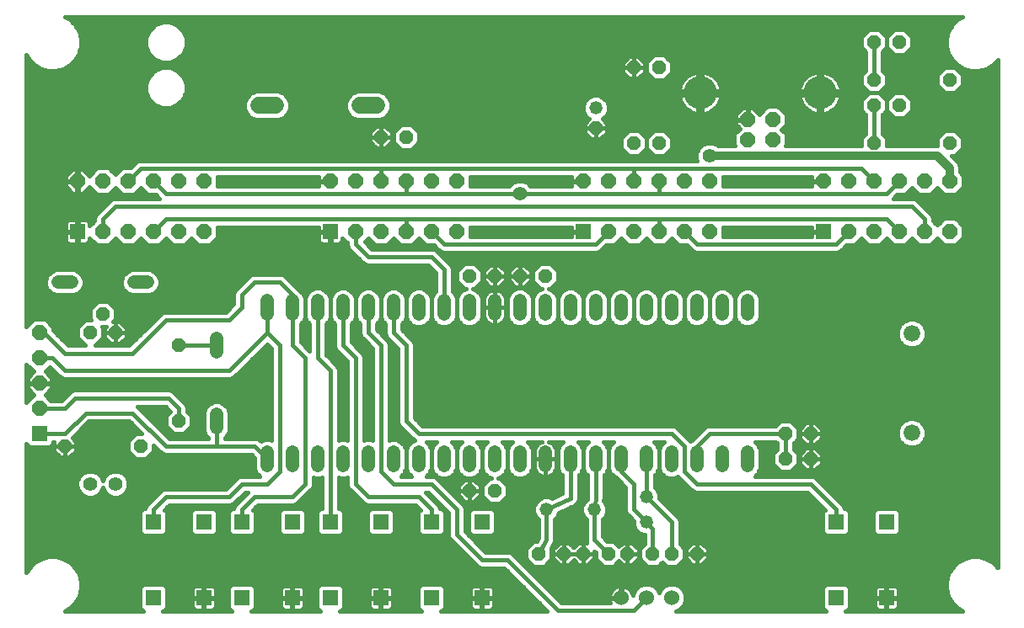
<source format=gbl>
G75*
G70*
%OFA0B0*%
%FSLAX24Y24*%
%IPPOS*%
%LPD*%
%AMOC8*
5,1,8,0,0,1.08239X$1,22.5*
%
%ADD10R,0.0594X0.0594*%
%ADD11C,0.0660*%
%ADD12OC8,0.0574*%
%ADD13C,0.1306*%
%ADD14OC8,0.0520*%
%ADD15C,0.0520*%
%ADD16C,0.0520*%
%ADD17C,0.0600*%
%ADD18C,0.0551*%
%ADD19C,0.0660*%
%ADD20R,0.0600X0.0600*%
%ADD21OC8,0.0600*%
%ADD22OC8,0.0602*%
%ADD23R,0.0602X0.0602*%
%ADD24C,0.0160*%
%ADD25C,0.0320*%
%ADD26C,0.0560*%
D10*
X005994Y005344D03*
X007994Y005344D03*
X009494Y005344D03*
X011494Y005344D03*
X012994Y005344D03*
X014994Y005344D03*
X016994Y005344D03*
X018994Y005344D03*
X018994Y008344D03*
X016994Y008344D03*
X014994Y008344D03*
X012994Y008344D03*
X011494Y008344D03*
X009494Y008344D03*
X007994Y008344D03*
X005994Y008344D03*
X032994Y008344D03*
X034994Y008344D03*
X034994Y005344D03*
X032994Y005344D03*
D11*
X035994Y011875D03*
X035994Y015812D03*
D12*
X030486Y023490D03*
X029502Y023490D03*
X029502Y024277D03*
X030486Y024277D03*
D13*
X032364Y025344D03*
X027624Y025344D03*
D14*
X025994Y026344D03*
X024994Y026344D03*
X023494Y023944D03*
X024994Y023344D03*
X025994Y023344D03*
X021494Y018094D03*
X020494Y018094D03*
X019494Y018094D03*
X018494Y018094D03*
X015994Y023594D03*
X014994Y023594D03*
X004494Y015844D03*
X003994Y016594D03*
X003494Y015844D03*
X006994Y015344D03*
X006994Y012344D03*
X005494Y011344D03*
X002494Y011344D03*
X018494Y009594D03*
X019494Y009594D03*
X021244Y007094D03*
X022244Y007094D03*
X022994Y007094D03*
X023994Y007094D03*
X024744Y007094D03*
X025744Y007094D03*
X026494Y007094D03*
X027494Y007094D03*
X030994Y010844D03*
X031994Y010844D03*
X031994Y011844D03*
X030994Y011844D03*
X034494Y023344D03*
X034494Y024844D03*
X035494Y024844D03*
X034494Y025844D03*
X034494Y027344D03*
X035494Y027344D03*
X037494Y025844D03*
X037494Y023344D03*
D15*
X023494Y024744D03*
X025494Y009344D03*
X025494Y008344D03*
X023444Y008844D03*
X021544Y008844D03*
D16*
X021494Y010584D02*
X021494Y011104D01*
X022494Y011104D02*
X022494Y010584D01*
X023494Y010584D02*
X023494Y011104D01*
X024494Y011104D02*
X024494Y010584D01*
X025494Y010584D02*
X025494Y011104D01*
X026494Y011104D02*
X026494Y010584D01*
X027494Y010584D02*
X027494Y011104D01*
X028494Y011104D02*
X028494Y010584D01*
X029494Y010584D02*
X029494Y011104D01*
X029494Y016584D02*
X029494Y017104D01*
X028494Y017104D02*
X028494Y016584D01*
X027494Y016584D02*
X027494Y017104D01*
X026494Y017104D02*
X026494Y016584D01*
X025494Y016584D02*
X025494Y017104D01*
X024494Y017104D02*
X024494Y016584D01*
X023494Y016584D02*
X023494Y017104D01*
X022494Y017104D02*
X022494Y016584D01*
X021494Y016584D02*
X021494Y017104D01*
X020494Y017104D02*
X020494Y016584D01*
X019494Y016584D02*
X019494Y017104D01*
X018494Y017104D02*
X018494Y016584D01*
X017494Y016584D02*
X017494Y017104D01*
X016494Y017104D02*
X016494Y016584D01*
X015494Y016584D02*
X015494Y017104D01*
X014494Y017104D02*
X014494Y016584D01*
X013494Y016584D02*
X013494Y017104D01*
X012494Y017104D02*
X012494Y016584D01*
X011494Y016584D02*
X011494Y017104D01*
X010494Y017104D02*
X010494Y016584D01*
X008494Y015604D02*
X008494Y015084D01*
X008494Y012604D02*
X008494Y012084D01*
X010494Y011104D02*
X010494Y010584D01*
X011494Y010584D02*
X011494Y011104D01*
X012494Y011104D02*
X012494Y010584D01*
X013494Y010584D02*
X013494Y011104D01*
X014494Y011104D02*
X014494Y010584D01*
X015494Y010584D02*
X015494Y011104D01*
X016494Y011104D02*
X016494Y010584D01*
X017494Y010584D02*
X017494Y011104D01*
X018494Y011104D02*
X018494Y010584D01*
X019494Y010584D02*
X019494Y011104D01*
X020494Y011104D02*
X020494Y010584D01*
X005754Y017844D02*
X005234Y017844D01*
X002754Y017844D02*
X002234Y017844D01*
D17*
X024494Y005344D03*
X025494Y005344D03*
X026494Y005344D03*
D18*
X004494Y009844D03*
X003494Y009844D03*
D19*
X010164Y024844D02*
X010824Y024844D01*
X014164Y024844D02*
X014824Y024844D01*
D20*
X001494Y011844D03*
D21*
X001494Y012844D03*
X001494Y013844D03*
X001494Y014844D03*
X001494Y015844D03*
D22*
X003994Y019844D03*
X004994Y019844D03*
X005994Y019844D03*
X006994Y019844D03*
X007994Y019844D03*
X007994Y021844D03*
X006994Y021844D03*
X005994Y021844D03*
X004994Y021844D03*
X003994Y021844D03*
X002994Y021844D03*
X012994Y021844D03*
X013994Y021844D03*
X014994Y021844D03*
X015994Y021844D03*
X016994Y021844D03*
X017994Y021844D03*
X017994Y019844D03*
X016994Y019844D03*
X015994Y019844D03*
X014994Y019844D03*
X013994Y019844D03*
X022994Y021844D03*
X023994Y021844D03*
X024994Y021844D03*
X025994Y021844D03*
X026994Y021844D03*
X027994Y021844D03*
X027994Y019844D03*
X026994Y019844D03*
X025994Y019844D03*
X024994Y019844D03*
X023994Y019844D03*
X032494Y021844D03*
X033494Y021844D03*
X034494Y021844D03*
X035494Y021844D03*
X036494Y021844D03*
X037494Y021844D03*
X037494Y019844D03*
X036494Y019844D03*
X035494Y019844D03*
X034494Y019844D03*
X033494Y019844D03*
D23*
X032494Y019844D03*
X022994Y019844D03*
X012994Y019844D03*
X002994Y019844D03*
D24*
X002688Y004940D02*
X002487Y004824D01*
X005609Y004824D01*
X005561Y004844D01*
X005494Y004911D01*
X005457Y004999D01*
X005457Y005689D01*
X005494Y005777D01*
X005561Y005844D01*
X005649Y005881D01*
X006338Y005881D01*
X006427Y005844D01*
X006494Y005777D01*
X006531Y005689D01*
X006531Y004999D01*
X006494Y004911D01*
X006427Y004844D01*
X006379Y004824D01*
X009109Y004824D01*
X009061Y004844D01*
X008994Y004911D01*
X008957Y004999D01*
X008957Y005689D01*
X008994Y005777D01*
X009061Y005844D01*
X009149Y005881D01*
X009838Y005881D01*
X009927Y005844D01*
X009994Y005777D01*
X010031Y005689D01*
X010031Y004999D01*
X009994Y004911D01*
X009927Y004844D01*
X009879Y004824D01*
X012609Y004824D01*
X012561Y004844D01*
X012494Y004911D01*
X012457Y004999D01*
X012457Y005689D01*
X012494Y005777D01*
X012561Y005844D01*
X012649Y005881D01*
X013338Y005881D01*
X013427Y005844D01*
X013494Y005777D01*
X013531Y005689D01*
X013531Y004999D01*
X013494Y004911D01*
X013427Y004844D01*
X013379Y004824D01*
X016609Y004824D01*
X016561Y004844D01*
X016494Y004911D01*
X016457Y004999D01*
X016457Y005689D01*
X016494Y005777D01*
X016561Y005844D01*
X016649Y005881D01*
X017338Y005881D01*
X017427Y005844D01*
X017494Y005777D01*
X017531Y005689D01*
X017531Y004999D01*
X017494Y004911D01*
X017427Y004844D01*
X017379Y004824D01*
X021561Y004824D01*
X019861Y006524D01*
X019058Y006524D01*
X018930Y006524D01*
X018813Y006573D01*
X017813Y007573D01*
X017723Y007663D01*
X017674Y007780D01*
X017674Y008711D01*
X016861Y009524D01*
X016766Y009524D01*
X017265Y009025D01*
X017314Y008908D01*
X017314Y008881D01*
X017338Y008881D01*
X017427Y008844D01*
X017494Y008777D01*
X017531Y008689D01*
X017531Y007999D01*
X017494Y007911D01*
X017427Y007844D01*
X017338Y007807D01*
X016649Y007807D01*
X016561Y007844D01*
X016494Y007911D01*
X016457Y007999D01*
X016457Y008689D01*
X016494Y008777D01*
X016551Y008834D01*
X016361Y009024D01*
X014558Y009024D01*
X014430Y009024D01*
X014313Y009073D01*
X013813Y009573D01*
X013723Y009663D01*
X013674Y009780D01*
X013674Y010117D01*
X013593Y010084D01*
X013394Y010084D01*
X013314Y010117D01*
X013314Y008881D01*
X013338Y008881D01*
X013427Y008844D01*
X013494Y008777D01*
X013531Y008689D01*
X013531Y007999D01*
X013494Y007911D01*
X013427Y007844D01*
X013338Y007807D01*
X012649Y007807D01*
X012561Y007844D01*
X012494Y007911D01*
X012457Y007999D01*
X012457Y008689D01*
X012494Y008777D01*
X012561Y008844D01*
X012649Y008881D01*
X012674Y008881D01*
X012674Y010117D01*
X012593Y010084D01*
X012394Y010084D01*
X012314Y010117D01*
X012314Y009780D01*
X012265Y009663D01*
X012175Y009573D01*
X011675Y009073D01*
X011558Y009024D01*
X011430Y009024D01*
X010126Y009024D01*
X009937Y008834D01*
X009994Y008777D01*
X010031Y008689D01*
X010031Y007999D01*
X009994Y007911D01*
X009927Y007844D01*
X009838Y007807D01*
X009149Y007807D01*
X009061Y007844D01*
X008994Y007911D01*
X008957Y007999D01*
X008957Y008689D01*
X008994Y008777D01*
X009061Y008844D01*
X009149Y008881D01*
X009174Y008881D01*
X009174Y008908D01*
X009223Y009025D01*
X009721Y009524D01*
X009626Y009524D01*
X009175Y009073D01*
X009058Y009024D01*
X008930Y009024D01*
X006626Y009024D01*
X006437Y008834D01*
X006494Y008777D01*
X006531Y008689D01*
X006531Y007999D01*
X006494Y007911D01*
X006427Y007844D01*
X006338Y007807D01*
X005649Y007807D01*
X005561Y007844D01*
X005494Y007911D01*
X005457Y007999D01*
X005457Y008689D01*
X005494Y008777D01*
X005561Y008844D01*
X005649Y008881D01*
X005674Y008881D01*
X005674Y008908D01*
X005723Y009025D01*
X006223Y009525D01*
X006313Y009615D01*
X006430Y009664D01*
X008861Y009664D01*
X009223Y010025D01*
X009313Y010115D01*
X009430Y010164D01*
X010207Y010164D01*
X010070Y010301D01*
X009994Y010484D01*
X009994Y010891D01*
X009861Y011024D01*
X008558Y011024D01*
X008430Y011024D01*
X006430Y011024D01*
X006313Y011073D01*
X006223Y011163D01*
X005994Y011391D01*
X005994Y011137D01*
X005701Y010844D01*
X005287Y010844D01*
X004994Y011137D01*
X004994Y011551D01*
X005287Y011844D01*
X005541Y011844D01*
X005042Y012343D01*
X003445Y012343D01*
X002781Y011679D01*
X002934Y011526D01*
X002934Y011344D01*
X002494Y011344D01*
X002494Y011344D01*
X002934Y011344D01*
X002934Y011162D01*
X002676Y010904D01*
X002494Y010904D01*
X002494Y011344D01*
X002494Y011344D01*
X002493Y011344D02*
X002493Y011344D01*
X002054Y011344D01*
X002054Y011524D01*
X002034Y011524D01*
X002034Y011496D01*
X001997Y011408D01*
X001930Y011340D01*
X001842Y011304D01*
X001146Y011304D01*
X001058Y011340D01*
X000990Y011408D01*
X000974Y011448D01*
X000974Y006337D01*
X001090Y006538D01*
X001300Y006748D01*
X001558Y006897D01*
X001845Y006974D01*
X002143Y006974D01*
X002430Y006897D01*
X002688Y006748D01*
X002898Y006538D01*
X003047Y006280D01*
X003124Y005993D01*
X003124Y005695D01*
X003047Y005408D01*
X002898Y005150D01*
X002688Y004940D01*
X002726Y004978D02*
X005466Y004978D01*
X005457Y005137D02*
X002885Y005137D01*
X002982Y005295D02*
X005457Y005295D01*
X005457Y005454D02*
X003059Y005454D01*
X003102Y005612D02*
X005457Y005612D01*
X005491Y005771D02*
X003124Y005771D01*
X003124Y005929D02*
X020456Y005929D01*
X020614Y005771D02*
X019415Y005771D01*
X019401Y005785D02*
X019360Y005808D01*
X019314Y005821D01*
X019012Y005821D01*
X019012Y005363D01*
X018975Y005363D01*
X018975Y005821D01*
X018673Y005821D01*
X018628Y005808D01*
X018586Y005785D01*
X018553Y005751D01*
X018529Y005710D01*
X018517Y005664D01*
X018517Y005362D01*
X018975Y005362D01*
X018975Y005325D01*
X019012Y005325D01*
X019012Y004867D01*
X019314Y004867D01*
X019360Y004879D01*
X019401Y004903D01*
X019435Y004937D01*
X019458Y004978D01*
X019459Y004978D02*
X021407Y004978D01*
X021249Y005137D02*
X019471Y005137D01*
X019471Y005023D02*
X019471Y005325D01*
X019013Y005325D01*
X019013Y005362D01*
X019471Y005362D01*
X019471Y005664D01*
X019458Y005710D01*
X019435Y005751D01*
X019401Y005785D01*
X019471Y005612D02*
X020773Y005612D01*
X020931Y005454D02*
X019471Y005454D01*
X019471Y005295D02*
X021090Y005295D01*
X021519Y005771D02*
X024274Y005771D01*
X024242Y005754D02*
X024181Y005710D01*
X024128Y005657D01*
X024083Y005595D01*
X024049Y005528D01*
X024026Y005456D01*
X024014Y005382D01*
X024014Y005364D01*
X024474Y005364D01*
X024474Y005824D01*
X024456Y005824D01*
X024381Y005812D01*
X024310Y005789D01*
X024242Y005754D01*
X024096Y005612D02*
X021678Y005612D01*
X021837Y005454D02*
X024025Y005454D01*
X024014Y005324D02*
X024014Y005306D01*
X024026Y005231D01*
X024048Y005164D01*
X022126Y005164D01*
X020265Y007025D01*
X020175Y007115D01*
X020058Y007164D01*
X019126Y007164D01*
X018314Y007976D01*
X018314Y008780D01*
X018314Y008908D01*
X018265Y009025D01*
X017265Y010025D01*
X017175Y010115D01*
X017058Y010164D01*
X016781Y010164D01*
X016918Y010301D01*
X016994Y010484D01*
X017070Y010301D01*
X017211Y010160D01*
X017394Y010084D01*
X017593Y010084D01*
X017777Y010160D01*
X017918Y010301D01*
X017994Y010484D01*
X018070Y010301D01*
X018211Y010160D01*
X018394Y010084D01*
X018593Y010084D01*
X018777Y010160D01*
X018918Y010301D01*
X018994Y010484D01*
X019070Y010301D01*
X019211Y010160D01*
X019370Y010094D01*
X019287Y010094D01*
X018994Y009801D01*
X018994Y009387D01*
X019287Y009094D01*
X019701Y009094D01*
X019994Y009387D01*
X019994Y009801D01*
X019701Y010094D01*
X019617Y010094D01*
X019777Y010160D01*
X019918Y010301D01*
X019994Y010484D01*
X020070Y010301D01*
X020211Y010160D01*
X020394Y010084D01*
X020593Y010084D01*
X020777Y010160D01*
X020918Y010301D01*
X020994Y010484D01*
X020994Y011203D01*
X020918Y011387D01*
X020781Y011524D01*
X021363Y011524D01*
X021325Y011512D01*
X021263Y011480D01*
X021207Y011440D01*
X021158Y011391D01*
X021118Y011335D01*
X021086Y011273D01*
X021065Y011207D01*
X021054Y011139D01*
X021054Y010844D01*
X021493Y010844D01*
X021493Y010844D01*
X021054Y010844D01*
X020994Y010844D01*
X021054Y010844D02*
X021054Y010549D01*
X021065Y010481D01*
X021086Y010415D01*
X021118Y010353D01*
X021158Y010297D01*
X021207Y010248D01*
X021263Y010208D01*
X021325Y010176D01*
X021391Y010155D01*
X021459Y010144D01*
X021494Y010144D01*
X021528Y010144D01*
X021597Y010155D01*
X021663Y010176D01*
X021724Y010208D01*
X021780Y010248D01*
X021829Y010297D01*
X021870Y010353D01*
X021902Y010415D01*
X021923Y010481D01*
X021934Y010549D01*
X021934Y010844D01*
X021934Y011139D01*
X021923Y011207D01*
X021902Y011273D01*
X021870Y011335D01*
X021829Y011391D01*
X021780Y011440D01*
X021724Y011480D01*
X021663Y011512D01*
X021625Y011524D01*
X022207Y011524D01*
X022070Y011387D01*
X021994Y011203D01*
X021994Y010484D01*
X022070Y010301D01*
X022174Y010197D01*
X022174Y009496D01*
X021755Y009298D01*
X021643Y009344D01*
X021444Y009344D01*
X021261Y009268D01*
X021120Y009127D01*
X021044Y008943D01*
X021044Y008744D01*
X021120Y008561D01*
X021224Y008457D01*
X021224Y007726D01*
X021152Y007594D01*
X021037Y007594D01*
X020744Y007301D01*
X020744Y006887D01*
X021037Y006594D01*
X021451Y006594D01*
X021744Y006887D01*
X021744Y007301D01*
X021729Y007316D01*
X021803Y007450D01*
X021815Y007463D01*
X021833Y007506D01*
X021855Y007547D01*
X021857Y007564D01*
X021864Y007580D01*
X021864Y007627D01*
X021869Y007673D01*
X021864Y007690D01*
X021864Y008457D01*
X021968Y008561D01*
X022035Y008722D01*
X022624Y009001D01*
X022675Y009023D01*
X022681Y009028D01*
X022688Y009032D01*
X022726Y009073D01*
X022765Y009113D01*
X022768Y009120D01*
X022774Y009126D01*
X022792Y009179D01*
X022814Y009230D01*
X022814Y009239D01*
X022817Y009246D01*
X022814Y009302D01*
X022814Y010197D01*
X022918Y010301D01*
X022994Y010484D01*
X023070Y010301D01*
X023174Y010197D01*
X023174Y009312D01*
X023169Y009271D01*
X023161Y009268D01*
X023020Y009127D01*
X022944Y008943D01*
X022944Y008744D01*
X023020Y008561D01*
X023124Y008457D01*
X023124Y007708D01*
X023124Y007580D01*
X023143Y007534D01*
X022994Y007534D01*
X022994Y007094D01*
X023434Y007094D01*
X023434Y007201D01*
X023494Y007141D01*
X023494Y006887D01*
X023787Y006594D01*
X024201Y006594D01*
X024411Y006804D01*
X024562Y006654D01*
X024744Y006654D01*
X024926Y006654D01*
X025184Y006912D01*
X025184Y007094D01*
X025184Y007276D01*
X024926Y007534D01*
X024744Y007534D01*
X024744Y007094D01*
X025184Y007094D01*
X024744Y007094D01*
X024744Y007094D01*
X024744Y007094D01*
X024744Y007534D01*
X024562Y007534D01*
X024411Y007384D01*
X024201Y007594D01*
X023946Y007594D01*
X023764Y007776D01*
X023764Y008457D01*
X023868Y008561D01*
X023944Y008744D01*
X023944Y008943D01*
X023868Y009127D01*
X023804Y009191D01*
X023807Y009213D01*
X023814Y009230D01*
X023814Y009276D01*
X023819Y009322D01*
X023814Y009339D01*
X023814Y010197D01*
X023918Y010301D01*
X023994Y010484D01*
X024070Y010301D01*
X024211Y010160D01*
X024235Y010150D01*
X024313Y010073D01*
X024674Y009711D01*
X024674Y008780D01*
X024723Y008663D01*
X024813Y008573D01*
X024994Y008391D01*
X024994Y008244D01*
X025070Y008061D01*
X025211Y007920D01*
X025394Y007844D01*
X025424Y007844D01*
X025424Y007481D01*
X025244Y007301D01*
X025244Y006887D01*
X025537Y006594D01*
X025951Y006594D01*
X026119Y006762D01*
X026287Y006594D01*
X026701Y006594D01*
X026994Y006887D01*
X026994Y007301D01*
X026814Y007481D01*
X026814Y008280D01*
X026814Y008408D01*
X026765Y008525D01*
X025994Y009296D01*
X025994Y009443D01*
X025918Y009627D01*
X025814Y009731D01*
X025814Y010197D01*
X025918Y010301D01*
X025994Y010484D01*
X026070Y010301D01*
X026211Y010160D01*
X026394Y010084D01*
X026593Y010084D01*
X026740Y010145D01*
X027223Y009663D01*
X027313Y009573D01*
X027430Y009524D01*
X031861Y009524D01*
X032551Y008834D01*
X032494Y008777D01*
X032457Y008689D01*
X032457Y007999D01*
X032494Y007911D01*
X032561Y007844D01*
X032649Y007807D01*
X033338Y007807D01*
X033427Y007844D01*
X033494Y007911D01*
X033531Y007999D01*
X033531Y008689D01*
X033494Y008777D01*
X033427Y008844D01*
X033338Y008881D01*
X033314Y008881D01*
X033314Y008908D01*
X033265Y009025D01*
X033175Y009115D01*
X032175Y010115D01*
X032058Y010164D01*
X031930Y010164D01*
X029781Y010164D01*
X029918Y010301D01*
X029994Y010484D01*
X029994Y011203D01*
X029918Y011387D01*
X029781Y011524D01*
X030607Y011524D01*
X030674Y011457D01*
X030674Y011231D01*
X030494Y011051D01*
X030494Y010637D01*
X030787Y010344D01*
X031201Y010344D01*
X031494Y010637D01*
X031494Y011051D01*
X031314Y011231D01*
X031314Y011457D01*
X031494Y011637D01*
X031579Y011637D01*
X031554Y011662D02*
X031812Y011404D01*
X031994Y011404D01*
X032176Y011404D01*
X032434Y011662D01*
X032434Y011844D01*
X032434Y012026D01*
X032176Y012284D01*
X031994Y012284D01*
X031994Y011844D01*
X032434Y011844D01*
X031994Y011844D01*
X031994Y011844D01*
X031994Y011844D01*
X031994Y012284D01*
X031812Y012284D01*
X031554Y012026D01*
X031554Y011844D01*
X031993Y011844D01*
X031993Y011844D01*
X031554Y011844D01*
X031554Y011662D01*
X031494Y011637D02*
X031494Y012051D01*
X031201Y012344D01*
X030787Y012344D01*
X030607Y012164D01*
X027930Y012164D01*
X027813Y012115D01*
X027723Y012025D01*
X027313Y011615D01*
X027313Y011615D01*
X027244Y011546D01*
X027175Y011615D01*
X026675Y012115D01*
X026558Y012164D01*
X026430Y012164D01*
X016626Y012164D01*
X016314Y012476D01*
X016314Y015408D01*
X016265Y015525D01*
X016175Y015615D01*
X015814Y015976D01*
X015814Y016197D01*
X015918Y016301D01*
X015994Y016484D01*
X016070Y016301D01*
X016211Y016160D01*
X016394Y016084D01*
X016593Y016084D01*
X016777Y016160D01*
X016918Y016301D01*
X016994Y016484D01*
X017070Y016301D01*
X017211Y016160D01*
X017394Y016084D01*
X017593Y016084D01*
X017777Y016160D01*
X017918Y016301D01*
X017994Y016484D01*
X018070Y016301D01*
X018211Y016160D01*
X018394Y016084D01*
X018593Y016084D01*
X018777Y016160D01*
X018918Y016301D01*
X018994Y016484D01*
X018994Y017203D01*
X018918Y017387D01*
X018777Y017528D01*
X018617Y017594D01*
X018701Y017594D01*
X018994Y017887D01*
X018994Y018301D01*
X018701Y018594D01*
X018287Y018594D01*
X017994Y018301D01*
X017994Y017887D01*
X018287Y017594D01*
X018370Y017594D01*
X018211Y017528D01*
X018070Y017387D01*
X017994Y017203D01*
X017994Y016484D01*
X017994Y017203D01*
X017918Y017387D01*
X017814Y017491D01*
X017814Y018408D01*
X017765Y018525D01*
X017675Y018615D01*
X017175Y019115D01*
X017058Y019164D01*
X016930Y019164D01*
X014626Y019164D01*
X014353Y019438D01*
X014494Y019579D01*
X014770Y019303D01*
X015218Y019303D01*
X015494Y019579D01*
X015770Y019303D01*
X016218Y019303D01*
X016494Y019579D01*
X016770Y019303D01*
X017082Y019303D01*
X017223Y019163D01*
X017313Y019073D01*
X017430Y019024D01*
X023430Y019024D01*
X023558Y019024D01*
X023675Y019073D01*
X023905Y019303D01*
X024218Y019303D01*
X024494Y019579D01*
X024770Y019303D01*
X025218Y019303D01*
X025494Y019579D01*
X025770Y019303D01*
X026218Y019303D01*
X026494Y019579D01*
X026770Y019303D01*
X027082Y019303D01*
X027313Y019073D01*
X027430Y019024D01*
X027558Y019024D01*
X033058Y019024D01*
X033175Y019073D01*
X033265Y019163D01*
X033405Y019303D01*
X033718Y019303D01*
X033994Y019579D01*
X034270Y019303D01*
X034718Y019303D01*
X034994Y019579D01*
X035270Y019303D01*
X035718Y019303D01*
X035994Y019579D01*
X036270Y019303D01*
X036718Y019303D01*
X036994Y019579D01*
X037270Y019303D01*
X037718Y019303D01*
X038035Y019620D01*
X038035Y020068D01*
X037718Y020385D01*
X037270Y020385D01*
X036994Y020109D01*
X036814Y020289D01*
X036814Y020408D01*
X036765Y020525D01*
X036675Y020615D01*
X036175Y021115D01*
X036058Y021164D01*
X035930Y021164D01*
X035266Y021164D01*
X035405Y021303D01*
X035718Y021303D01*
X035994Y021579D01*
X036270Y021303D01*
X036718Y021303D01*
X036994Y021579D01*
X037270Y021303D01*
X037718Y021303D01*
X038035Y021620D01*
X038035Y022068D01*
X037894Y022209D01*
X037894Y022424D01*
X037833Y022571D01*
X037720Y022683D01*
X037559Y022844D01*
X037701Y022844D01*
X037994Y023137D01*
X037994Y023551D01*
X037701Y023844D01*
X037287Y023844D01*
X036994Y023551D01*
X036994Y023244D01*
X036914Y023244D01*
X034994Y023244D01*
X034994Y023551D01*
X034814Y023731D01*
X034814Y024457D01*
X034994Y024637D01*
X035287Y024344D01*
X035701Y024344D01*
X035994Y024637D01*
X035994Y025051D01*
X035701Y025344D01*
X035287Y025344D01*
X034994Y025051D01*
X034994Y024637D01*
X034994Y025051D01*
X034701Y025344D01*
X034994Y025637D01*
X034994Y026051D01*
X034814Y026231D01*
X034814Y026957D01*
X034994Y027137D01*
X035287Y026844D01*
X035701Y026844D01*
X035994Y027137D01*
X035994Y027551D01*
X035701Y027844D01*
X035287Y027844D01*
X034994Y027551D01*
X034994Y027137D01*
X034994Y027551D01*
X034701Y027844D01*
X034287Y027844D01*
X033994Y027551D01*
X033994Y027137D01*
X034174Y026957D01*
X034174Y026231D01*
X033994Y026051D01*
X033994Y025637D01*
X034287Y025344D01*
X033994Y025051D01*
X033994Y024637D01*
X034174Y024457D01*
X034174Y023731D01*
X033994Y023551D01*
X033994Y023244D01*
X030986Y023244D01*
X031013Y023271D01*
X031013Y023708D01*
X030838Y023883D01*
X031013Y024059D01*
X031013Y024495D01*
X030704Y024804D01*
X030268Y024804D01*
X029959Y024495D01*
X029959Y024480D01*
X029695Y024744D01*
X029515Y024744D01*
X029515Y024291D01*
X029488Y024291D01*
X029488Y024744D01*
X029308Y024744D01*
X029035Y024470D01*
X029035Y024291D01*
X029488Y024291D01*
X029488Y024263D01*
X029035Y024263D01*
X029035Y024084D01*
X029193Y023926D01*
X028975Y023708D01*
X028975Y023271D01*
X029002Y023244D01*
X028329Y023244D01*
X028288Y023285D01*
X028097Y023364D01*
X027890Y023364D01*
X027699Y023285D01*
X027553Y023138D01*
X027474Y022947D01*
X027474Y022740D01*
X027506Y022664D01*
X024930Y022664D01*
X014930Y022664D01*
X005430Y022664D01*
X005313Y022615D01*
X005223Y022525D01*
X005082Y022385D01*
X004770Y022385D01*
X004494Y022109D01*
X004218Y022385D01*
X003770Y022385D01*
X003453Y022068D01*
X003453Y022066D01*
X003193Y022325D01*
X003014Y022325D01*
X003014Y021865D01*
X002973Y021865D01*
X002973Y022325D01*
X002795Y022325D01*
X002513Y022043D01*
X002513Y021864D01*
X002973Y021864D01*
X002973Y021823D01*
X003014Y021823D01*
X003014Y021363D01*
X003193Y021363D01*
X003453Y021622D01*
X003453Y021620D01*
X003770Y021303D01*
X004218Y021303D01*
X004494Y021579D01*
X004770Y021303D01*
X005218Y021303D01*
X005494Y021579D01*
X005770Y021303D01*
X006082Y021303D01*
X006221Y021164D01*
X004430Y021164D01*
X004313Y021115D01*
X004223Y021025D01*
X003723Y020525D01*
X003674Y020408D01*
X003674Y020289D01*
X003475Y020090D01*
X003475Y020169D01*
X003463Y020215D01*
X003439Y020256D01*
X003406Y020289D01*
X003364Y020313D01*
X003319Y020325D01*
X003014Y020325D01*
X003014Y019865D01*
X002973Y019865D01*
X002973Y020325D01*
X002669Y020325D01*
X002623Y020313D01*
X002582Y020289D01*
X002549Y020256D01*
X002525Y020215D01*
X002513Y020169D01*
X002513Y019864D01*
X002973Y019864D01*
X002973Y019823D01*
X003014Y019823D01*
X003014Y019363D01*
X003319Y019363D01*
X003364Y019375D01*
X003406Y019399D01*
X003439Y019432D01*
X003463Y019473D01*
X003475Y019519D01*
X003475Y019597D01*
X003770Y019303D01*
X004218Y019303D01*
X004494Y019579D01*
X004770Y019303D01*
X005218Y019303D01*
X005494Y019579D01*
X005770Y019303D01*
X006218Y019303D01*
X006494Y019579D01*
X006770Y019303D01*
X007218Y019303D01*
X007494Y019579D01*
X007770Y019303D01*
X008218Y019303D01*
X008535Y019620D01*
X008535Y020024D01*
X012513Y020024D01*
X012513Y019864D01*
X012973Y019864D01*
X012973Y019823D01*
X013014Y019823D01*
X013014Y019363D01*
X013319Y019363D01*
X013364Y019375D01*
X013406Y019399D01*
X013439Y019432D01*
X013463Y019473D01*
X013475Y019519D01*
X013475Y019597D01*
X013674Y019399D01*
X013674Y019280D01*
X013723Y019163D01*
X014223Y018663D01*
X014313Y018573D01*
X014430Y018524D01*
X016861Y018524D01*
X017174Y018211D01*
X017174Y017491D01*
X017070Y017387D01*
X016994Y017203D01*
X016994Y016484D01*
X016994Y017203D01*
X016918Y017387D01*
X016777Y017528D01*
X016593Y017604D01*
X016394Y017604D01*
X016211Y017528D01*
X016070Y017387D01*
X015994Y017203D01*
X015994Y016484D01*
X015994Y017203D01*
X015918Y017387D01*
X015777Y017528D01*
X015593Y017604D01*
X015394Y017604D01*
X015211Y017528D01*
X015070Y017387D01*
X014994Y017203D01*
X014994Y016484D01*
X015070Y016301D01*
X015174Y016197D01*
X015174Y015908D01*
X015174Y015780D01*
X015223Y015663D01*
X015674Y015211D01*
X015674Y012408D01*
X015674Y012280D01*
X015723Y012163D01*
X016223Y011663D01*
X016313Y011573D01*
X016316Y011571D01*
X016211Y011528D01*
X016070Y011387D01*
X015994Y011203D01*
X015994Y010484D01*
X016070Y010301D01*
X016207Y010164D01*
X015781Y010164D01*
X015918Y010301D01*
X015994Y010484D01*
X015994Y011203D01*
X015918Y011387D01*
X015777Y011528D01*
X015593Y011604D01*
X015394Y011604D01*
X015314Y011571D01*
X015314Y015280D01*
X015314Y015408D01*
X015265Y015525D01*
X014814Y015976D01*
X014814Y016197D01*
X014918Y016301D01*
X014994Y016484D01*
X014994Y017203D01*
X014918Y017387D01*
X014777Y017528D01*
X014593Y017604D01*
X014394Y017604D01*
X014211Y017528D01*
X014070Y017387D01*
X013994Y017203D01*
X013994Y016484D01*
X014070Y016301D01*
X014174Y016197D01*
X014174Y015780D01*
X014223Y015663D01*
X014313Y015573D01*
X014674Y015211D01*
X014674Y011571D01*
X014593Y011604D01*
X014394Y011604D01*
X014314Y011571D01*
X014314Y014780D01*
X014314Y014908D01*
X014265Y015025D01*
X013814Y015476D01*
X013814Y016197D01*
X013918Y016301D01*
X013994Y016484D01*
X013994Y017203D01*
X013918Y017387D01*
X013777Y017528D01*
X013593Y017604D01*
X013394Y017604D01*
X013211Y017528D01*
X013070Y017387D01*
X012994Y017203D01*
X012994Y016484D01*
X013070Y016301D01*
X013174Y016197D01*
X013174Y015408D01*
X013174Y015280D01*
X013223Y015163D01*
X013674Y014711D01*
X013674Y011571D01*
X013593Y011604D01*
X013394Y011604D01*
X013314Y011571D01*
X013314Y014280D01*
X013314Y014408D01*
X013265Y014525D01*
X012814Y014976D01*
X012814Y016197D01*
X012918Y016301D01*
X012994Y016484D01*
X012994Y017203D01*
X012918Y017387D01*
X012777Y017528D01*
X012593Y017604D01*
X012394Y017604D01*
X012211Y017528D01*
X012070Y017387D01*
X011994Y017203D01*
X011994Y016484D01*
X012070Y016301D01*
X012174Y016197D01*
X012174Y015116D01*
X011814Y015476D01*
X011814Y016197D01*
X011918Y016301D01*
X011994Y016484D01*
X011994Y017203D01*
X011918Y017387D01*
X011777Y017528D01*
X011752Y017538D01*
X011675Y017615D01*
X011175Y018115D01*
X011058Y018164D01*
X010930Y018164D01*
X009930Y018164D01*
X009813Y018115D01*
X009723Y018025D01*
X009223Y017525D01*
X009174Y017408D01*
X009174Y017280D01*
X009174Y016976D01*
X008861Y016664D01*
X006430Y016664D01*
X006313Y016615D01*
X006223Y016525D01*
X005042Y015345D01*
X003702Y015345D01*
X003994Y015637D01*
X003994Y016051D01*
X003951Y016094D01*
X004122Y016094D01*
X004054Y016026D01*
X004054Y015844D01*
X004493Y015844D01*
X004493Y015844D01*
X004054Y015844D01*
X004054Y015662D01*
X004312Y015404D01*
X004494Y015404D01*
X004676Y015404D01*
X004934Y015662D01*
X004934Y015844D01*
X004934Y016026D01*
X004676Y016284D01*
X004494Y016284D01*
X004494Y015844D01*
X004934Y015844D01*
X004494Y015844D01*
X004494Y015844D01*
X004494Y015844D01*
X004494Y016284D01*
X004391Y016284D01*
X004494Y016387D01*
X004494Y016801D01*
X004201Y017094D01*
X003787Y017094D01*
X003494Y016801D01*
X003494Y016387D01*
X003537Y016344D01*
X003287Y016344D01*
X002994Y016051D01*
X002994Y015637D01*
X003286Y015345D01*
X002626Y015345D01*
X002034Y015938D01*
X002034Y016068D01*
X001717Y016384D01*
X001270Y016384D01*
X000974Y016087D01*
X000974Y026851D01*
X001090Y026650D01*
X001300Y026440D01*
X001558Y026291D01*
X001845Y026214D01*
X002143Y026214D01*
X002430Y026291D01*
X002688Y026440D01*
X002898Y026650D01*
X003047Y026908D01*
X003124Y027195D01*
X003124Y027493D01*
X003047Y027780D01*
X002898Y028038D01*
X002688Y028248D01*
X002494Y028360D01*
X037994Y028360D01*
X037800Y028248D01*
X037590Y028038D01*
X037441Y027780D01*
X037364Y027493D01*
X037364Y027195D01*
X037441Y026908D01*
X037590Y026650D01*
X037800Y026440D01*
X038058Y026291D01*
X038345Y026214D01*
X038643Y026214D01*
X038930Y026291D01*
X039188Y026440D01*
X039384Y026636D01*
X039384Y006552D01*
X039188Y006748D01*
X038930Y006897D01*
X038643Y006974D01*
X038345Y006974D01*
X038058Y006897D01*
X037800Y006748D01*
X037590Y006538D01*
X037441Y006280D01*
X037364Y005993D01*
X037364Y005695D01*
X037441Y005408D01*
X037590Y005150D01*
X037800Y004940D01*
X038001Y004824D01*
X033379Y004824D01*
X033427Y004844D01*
X033494Y004911D01*
X033531Y004999D01*
X033531Y005689D01*
X033494Y005777D01*
X033427Y005844D01*
X033338Y005881D01*
X032649Y005881D01*
X032561Y005844D01*
X032494Y005777D01*
X032457Y005689D01*
X032457Y004999D01*
X032494Y004911D01*
X032561Y004844D01*
X032609Y004824D01*
X026649Y004824D01*
X026800Y004886D01*
X026952Y005038D01*
X027034Y005236D01*
X027034Y005451D01*
X026952Y005650D01*
X026800Y005802D01*
X026601Y005884D01*
X026386Y005884D01*
X026188Y005802D01*
X026036Y005650D01*
X025994Y005548D01*
X025952Y005650D01*
X025800Y005802D01*
X025601Y005884D01*
X025386Y005884D01*
X025188Y005802D01*
X025036Y005650D01*
X024959Y005464D01*
X024939Y005528D01*
X024904Y005595D01*
X024860Y005657D01*
X024807Y005710D01*
X024745Y005754D01*
X024678Y005789D01*
X024606Y005812D01*
X024532Y005824D01*
X024514Y005824D01*
X024514Y005364D01*
X024474Y005364D01*
X024474Y005324D01*
X024014Y005324D01*
X024016Y005295D02*
X021995Y005295D01*
X021994Y004844D02*
X019994Y006844D01*
X018994Y006844D01*
X017994Y007844D01*
X017994Y008844D01*
X016994Y009844D01*
X015494Y009844D01*
X014994Y010344D01*
X014994Y015344D01*
X014494Y015844D01*
X014494Y016844D01*
X013994Y016869D02*
X013994Y016869D01*
X013994Y017027D02*
X013994Y017027D01*
X013994Y017186D02*
X013994Y017186D01*
X013935Y017344D02*
X014052Y017344D01*
X014186Y017503D02*
X013802Y017503D01*
X013186Y017503D02*
X012802Y017503D01*
X012935Y017344D02*
X013052Y017344D01*
X012994Y017186D02*
X012994Y017186D01*
X012994Y017027D02*
X012994Y017027D01*
X012994Y016869D02*
X012994Y016869D01*
X012994Y016710D02*
X012994Y016710D01*
X012994Y016552D02*
X012994Y016552D01*
X012956Y016393D02*
X013032Y016393D01*
X013136Y016235D02*
X012852Y016235D01*
X012814Y016076D02*
X013174Y016076D01*
X013174Y015918D02*
X012814Y015918D01*
X012814Y015759D02*
X013174Y015759D01*
X013174Y015601D02*
X012814Y015601D01*
X012814Y015442D02*
X013174Y015442D01*
X013174Y015283D02*
X012814Y015283D01*
X012814Y015125D02*
X013260Y015125D01*
X013419Y014966D02*
X012824Y014966D01*
X012983Y014808D02*
X013577Y014808D01*
X013674Y014649D02*
X013141Y014649D01*
X013279Y014491D02*
X013674Y014491D01*
X013674Y014332D02*
X013314Y014332D01*
X013314Y014174D02*
X013674Y014174D01*
X013674Y014015D02*
X013314Y014015D01*
X013314Y013857D02*
X013674Y013857D01*
X013674Y013698D02*
X013314Y013698D01*
X013314Y013539D02*
X013674Y013539D01*
X013674Y013381D02*
X013314Y013381D01*
X013314Y013222D02*
X013674Y013222D01*
X013674Y013064D02*
X013314Y013064D01*
X013314Y012905D02*
X013674Y012905D01*
X013674Y012747D02*
X013314Y012747D01*
X013314Y012588D02*
X013674Y012588D01*
X013674Y012430D02*
X013314Y012430D01*
X013314Y012271D02*
X013674Y012271D01*
X013674Y012113D02*
X013314Y012113D01*
X013314Y011954D02*
X013674Y011954D01*
X013674Y011795D02*
X013314Y011795D01*
X013314Y011637D02*
X013674Y011637D01*
X014314Y011637D02*
X014674Y011637D01*
X014674Y011795D02*
X014314Y011795D01*
X014314Y011954D02*
X014674Y011954D01*
X014674Y012113D02*
X014314Y012113D01*
X014314Y012271D02*
X014674Y012271D01*
X014674Y012430D02*
X014314Y012430D01*
X014314Y012588D02*
X014674Y012588D01*
X014674Y012747D02*
X014314Y012747D01*
X014314Y012905D02*
X014674Y012905D01*
X014674Y013064D02*
X014314Y013064D01*
X014314Y013222D02*
X014674Y013222D01*
X014674Y013381D02*
X014314Y013381D01*
X014314Y013539D02*
X014674Y013539D01*
X014674Y013698D02*
X014314Y013698D01*
X014314Y013857D02*
X014674Y013857D01*
X014674Y014015D02*
X014314Y014015D01*
X014314Y014174D02*
X014674Y014174D01*
X014674Y014332D02*
X014314Y014332D01*
X014314Y014491D02*
X014674Y014491D01*
X014674Y014649D02*
X014314Y014649D01*
X014314Y014808D02*
X014674Y014808D01*
X014674Y014966D02*
X014290Y014966D01*
X014165Y015125D02*
X014674Y015125D01*
X014602Y015283D02*
X014007Y015283D01*
X013848Y015442D02*
X014443Y015442D01*
X014285Y015601D02*
X013814Y015601D01*
X013814Y015759D02*
X014183Y015759D01*
X014174Y015918D02*
X013814Y015918D01*
X013814Y016076D02*
X014174Y016076D01*
X014136Y016235D02*
X013852Y016235D01*
X013956Y016393D02*
X014032Y016393D01*
X013994Y016552D02*
X013994Y016552D01*
X013994Y016710D02*
X013994Y016710D01*
X013494Y016844D02*
X013494Y015344D01*
X013994Y014844D01*
X013994Y009844D01*
X014494Y009344D01*
X016494Y009344D01*
X016994Y008844D01*
X016994Y008344D01*
X017531Y008308D02*
X017674Y008308D01*
X017674Y008466D02*
X017531Y008466D01*
X017531Y008625D02*
X017674Y008625D01*
X017602Y008783D02*
X017488Y008783D01*
X017444Y008942D02*
X017300Y008942D01*
X017285Y009100D02*
X017190Y009100D01*
X017126Y009259D02*
X017032Y009259D01*
X016968Y009417D02*
X016873Y009417D01*
X016444Y008942D02*
X013314Y008942D01*
X013314Y009100D02*
X014285Y009100D01*
X014126Y009259D02*
X013314Y009259D01*
X013314Y009417D02*
X013968Y009417D01*
X013809Y009576D02*
X013314Y009576D01*
X013314Y009734D02*
X013693Y009734D01*
X013674Y009893D02*
X013314Y009893D01*
X013314Y010051D02*
X013674Y010051D01*
X012674Y010051D02*
X012314Y010051D01*
X012314Y009893D02*
X012674Y009893D01*
X012674Y009734D02*
X012295Y009734D01*
X012178Y009576D02*
X012674Y009576D01*
X012674Y009417D02*
X012020Y009417D01*
X011861Y009259D02*
X012674Y009259D01*
X012674Y009100D02*
X011703Y009100D01*
X011838Y008881D02*
X011149Y008881D01*
X011061Y008844D01*
X010994Y008777D01*
X010957Y008689D01*
X010957Y007999D01*
X010994Y007911D01*
X011061Y007844D01*
X011149Y007807D01*
X011838Y007807D01*
X011927Y007844D01*
X011994Y007911D01*
X012031Y007999D01*
X012031Y008689D01*
X011994Y008777D01*
X011927Y008844D01*
X011838Y008881D01*
X011988Y008783D02*
X012500Y008783D01*
X012457Y008625D02*
X012031Y008625D01*
X012031Y008466D02*
X012457Y008466D01*
X012457Y008308D02*
X012031Y008308D01*
X012031Y008149D02*
X012457Y008149D01*
X012461Y007990D02*
X012027Y007990D01*
X011898Y007832D02*
X012589Y007832D01*
X012994Y008344D02*
X012994Y014344D01*
X012494Y014844D01*
X012494Y016844D01*
X011994Y016869D02*
X011994Y016869D01*
X011994Y017027D02*
X011994Y017027D01*
X011994Y017186D02*
X011994Y017186D01*
X011935Y017344D02*
X012052Y017344D01*
X012186Y017503D02*
X011802Y017503D01*
X011629Y017662D02*
X017174Y017662D01*
X017174Y017820D02*
X011470Y017820D01*
X011312Y017979D02*
X017174Y017979D01*
X017174Y018137D02*
X011122Y018137D01*
X010994Y017844D02*
X011494Y017344D01*
X011494Y016844D01*
X011494Y015344D01*
X011994Y014844D01*
X011994Y009844D01*
X011494Y009344D01*
X009994Y009344D01*
X009494Y008844D01*
X009494Y008344D01*
X010031Y008308D02*
X010957Y008308D01*
X010957Y008466D02*
X010031Y008466D01*
X010031Y008625D02*
X010957Y008625D01*
X011000Y008783D02*
X009988Y008783D01*
X010044Y008942D02*
X012674Y008942D01*
X013488Y008783D02*
X014500Y008783D01*
X014494Y008777D02*
X014561Y008844D01*
X014649Y008881D01*
X015338Y008881D01*
X015427Y008844D01*
X015494Y008777D01*
X015531Y008689D01*
X015531Y007999D01*
X015494Y007911D01*
X015427Y007844D01*
X015338Y007807D01*
X014649Y007807D01*
X014561Y007844D01*
X014494Y007911D01*
X014457Y007999D01*
X014457Y008689D01*
X014494Y008777D01*
X014457Y008625D02*
X013531Y008625D01*
X013531Y008466D02*
X014457Y008466D01*
X014457Y008308D02*
X013531Y008308D01*
X013531Y008149D02*
X014457Y008149D01*
X014461Y007990D02*
X013527Y007990D01*
X013398Y007832D02*
X014589Y007832D01*
X015398Y007832D02*
X016589Y007832D01*
X016461Y007990D02*
X015527Y007990D01*
X015531Y008149D02*
X016457Y008149D01*
X016457Y008308D02*
X015531Y008308D01*
X015531Y008466D02*
X016457Y008466D01*
X016457Y008625D02*
X015531Y008625D01*
X015488Y008783D02*
X016500Y008783D01*
X017531Y008149D02*
X017674Y008149D01*
X017674Y007990D02*
X017527Y007990D01*
X017398Y007832D02*
X017674Y007832D01*
X017718Y007673D02*
X000974Y007673D01*
X000974Y007515D02*
X017870Y007515D01*
X018029Y007356D02*
X000974Y007356D01*
X000974Y007198D02*
X018187Y007198D01*
X018346Y007039D02*
X000974Y007039D01*
X000974Y006881D02*
X001530Y006881D01*
X001274Y006722D02*
X000974Y006722D01*
X000974Y006564D02*
X001115Y006564D01*
X001013Y006405D02*
X000974Y006405D01*
X002458Y006881D02*
X018505Y006881D01*
X018663Y006722D02*
X002714Y006722D01*
X002872Y006564D02*
X018834Y006564D01*
X019093Y007198D02*
X020744Y007198D01*
X020744Y007039D02*
X020251Y007039D01*
X020265Y007025D02*
X020265Y007025D01*
X020410Y006881D02*
X020750Y006881D01*
X020909Y006722D02*
X020568Y006722D01*
X020727Y006564D02*
X037615Y006564D01*
X037513Y006405D02*
X020885Y006405D01*
X021044Y006246D02*
X037432Y006246D01*
X037389Y006088D02*
X021202Y006088D01*
X021361Y005929D02*
X037364Y005929D01*
X037364Y005771D02*
X035415Y005771D01*
X035401Y005785D02*
X035360Y005808D01*
X035314Y005821D01*
X035012Y005821D01*
X035012Y005363D01*
X034975Y005363D01*
X034975Y005821D01*
X034673Y005821D01*
X034628Y005808D01*
X034586Y005785D01*
X034553Y005751D01*
X034529Y005710D01*
X034517Y005664D01*
X034517Y005362D01*
X034975Y005362D01*
X034975Y005325D01*
X035012Y005325D01*
X035012Y004867D01*
X035314Y004867D01*
X035360Y004879D01*
X035401Y004903D01*
X035435Y004937D01*
X035458Y004978D01*
X035459Y004978D02*
X037762Y004978D01*
X037603Y005137D02*
X035471Y005137D01*
X035471Y005023D02*
X035471Y005325D01*
X035013Y005325D01*
X035013Y005362D01*
X035471Y005362D01*
X035471Y005664D01*
X035458Y005710D01*
X035435Y005751D01*
X035401Y005785D01*
X035471Y005612D02*
X037386Y005612D01*
X037429Y005454D02*
X035471Y005454D01*
X035471Y005295D02*
X037506Y005295D01*
X037774Y006722D02*
X027744Y006722D01*
X027676Y006654D02*
X027934Y006912D01*
X027934Y007094D01*
X027934Y007276D01*
X027676Y007534D01*
X027494Y007534D01*
X027494Y007094D01*
X027934Y007094D01*
X027494Y007094D01*
X027494Y007094D01*
X027494Y007094D01*
X027494Y007534D01*
X027312Y007534D01*
X027054Y007276D01*
X027054Y007094D01*
X027493Y007094D01*
X027493Y007094D01*
X027054Y007094D01*
X027054Y006912D01*
X027312Y006654D01*
X027494Y006654D01*
X027676Y006654D01*
X027494Y006654D02*
X027494Y007094D01*
X027494Y007094D01*
X027494Y006654D01*
X027494Y006722D02*
X027494Y006722D01*
X027494Y006881D02*
X027494Y006881D01*
X027494Y007039D02*
X027494Y007039D01*
X027494Y007198D02*
X027494Y007198D01*
X027494Y007356D02*
X027494Y007356D01*
X027494Y007515D02*
X027494Y007515D01*
X027695Y007515D02*
X039384Y007515D01*
X039384Y007673D02*
X026814Y007673D01*
X026814Y007515D02*
X027293Y007515D01*
X027134Y007356D02*
X026939Y007356D01*
X026994Y007198D02*
X027054Y007198D01*
X027054Y007039D02*
X026994Y007039D01*
X026988Y006881D02*
X027085Y006881D01*
X027243Y006722D02*
X026829Y006722D01*
X026494Y007094D02*
X026494Y008344D01*
X025494Y009344D01*
X025494Y010844D01*
X025994Y010844D02*
X025994Y010844D01*
X025994Y010686D02*
X025994Y010686D01*
X025994Y010527D02*
X025994Y010527D01*
X025994Y010484D02*
X025994Y011203D01*
X026070Y011387D01*
X026207Y011524D01*
X025781Y011524D01*
X025918Y011387D01*
X025994Y011203D01*
X025994Y010484D01*
X025946Y010369D02*
X026042Y010369D01*
X026161Y010210D02*
X025827Y010210D01*
X025814Y010051D02*
X026834Y010051D01*
X026992Y009893D02*
X025814Y009893D01*
X025814Y009734D02*
X027151Y009734D01*
X027309Y009576D02*
X025939Y009576D01*
X025994Y009417D02*
X031968Y009417D01*
X032126Y009259D02*
X026032Y009259D01*
X026190Y009100D02*
X032285Y009100D01*
X032444Y008942D02*
X026349Y008942D01*
X026507Y008783D02*
X032500Y008783D01*
X032457Y008625D02*
X026666Y008625D01*
X026790Y008466D02*
X032457Y008466D01*
X032457Y008308D02*
X026814Y008308D01*
X026814Y008149D02*
X032457Y008149D01*
X032461Y007990D02*
X026814Y007990D01*
X026814Y007832D02*
X032589Y007832D01*
X032994Y008344D02*
X032994Y008844D01*
X031994Y009844D01*
X027494Y009844D01*
X026994Y010344D01*
X026994Y011344D01*
X026494Y011844D01*
X016494Y011844D01*
X015994Y012344D01*
X015994Y015344D01*
X015494Y015844D01*
X015494Y016844D01*
X015994Y016869D02*
X015994Y016869D01*
X015994Y017027D02*
X015994Y017027D01*
X015994Y017186D02*
X015994Y017186D01*
X015935Y017344D02*
X016052Y017344D01*
X016186Y017503D02*
X015802Y017503D01*
X015186Y017503D02*
X014802Y017503D01*
X014935Y017344D02*
X015052Y017344D01*
X014994Y017186D02*
X014994Y017186D01*
X014994Y017027D02*
X014994Y017027D01*
X014994Y016869D02*
X014994Y016869D01*
X014994Y016710D02*
X014994Y016710D01*
X014994Y016552D02*
X014994Y016552D01*
X014956Y016393D02*
X015032Y016393D01*
X015136Y016235D02*
X014852Y016235D01*
X014814Y016076D02*
X015174Y016076D01*
X015174Y015918D02*
X014873Y015918D01*
X015031Y015759D02*
X015183Y015759D01*
X015190Y015601D02*
X015285Y015601D01*
X015300Y015442D02*
X015443Y015442D01*
X015314Y015283D02*
X015602Y015283D01*
X015674Y015125D02*
X015314Y015125D01*
X015314Y014966D02*
X015674Y014966D01*
X015674Y014808D02*
X015314Y014808D01*
X015314Y014649D02*
X015674Y014649D01*
X015674Y014491D02*
X015314Y014491D01*
X015314Y014332D02*
X015674Y014332D01*
X015674Y014174D02*
X015314Y014174D01*
X015314Y014015D02*
X015674Y014015D01*
X015674Y013857D02*
X015314Y013857D01*
X015314Y013698D02*
X015674Y013698D01*
X015674Y013539D02*
X015314Y013539D01*
X015314Y013381D02*
X015674Y013381D01*
X015674Y013222D02*
X015314Y013222D01*
X015314Y013064D02*
X015674Y013064D01*
X015674Y012905D02*
X015314Y012905D01*
X015314Y012747D02*
X015674Y012747D01*
X015674Y012588D02*
X015314Y012588D01*
X015314Y012430D02*
X015674Y012430D01*
X015678Y012271D02*
X015314Y012271D01*
X015314Y012113D02*
X015773Y012113D01*
X015931Y011954D02*
X015314Y011954D01*
X015314Y011795D02*
X016090Y011795D01*
X016248Y011637D02*
X015314Y011637D01*
X015826Y011478D02*
X016161Y011478D01*
X016042Y011320D02*
X015946Y011320D01*
X015994Y011161D02*
X015994Y011161D01*
X015994Y011003D02*
X015994Y011003D01*
X015994Y010844D02*
X015994Y010844D01*
X015994Y010686D02*
X015994Y010686D01*
X015994Y010527D02*
X015994Y010527D01*
X015946Y010369D02*
X016042Y010369D01*
X016161Y010210D02*
X015827Y010210D01*
X016827Y010210D02*
X017161Y010210D01*
X017239Y010051D02*
X019244Y010051D01*
X019161Y010210D02*
X018827Y010210D01*
X018946Y010369D02*
X019042Y010369D01*
X018994Y010484D02*
X018994Y011203D01*
X019070Y011387D01*
X019207Y011524D01*
X018781Y011524D01*
X018918Y011387D01*
X018994Y011203D01*
X018994Y010484D01*
X018994Y010527D02*
X018994Y010527D01*
X018994Y010686D02*
X018994Y010686D01*
X018994Y010844D02*
X018994Y010844D01*
X018994Y011003D02*
X018994Y011003D01*
X018994Y011161D02*
X018994Y011161D01*
X018946Y011320D02*
X019042Y011320D01*
X019161Y011478D02*
X018826Y011478D01*
X018207Y011524D02*
X018070Y011387D01*
X017994Y011203D01*
X017994Y010484D01*
X017994Y011203D01*
X017918Y011387D01*
X017781Y011524D01*
X018207Y011524D01*
X018161Y011478D02*
X017826Y011478D01*
X017946Y011320D02*
X018042Y011320D01*
X017994Y011161D02*
X017994Y011161D01*
X017994Y011003D02*
X017994Y011003D01*
X017994Y010844D02*
X017994Y010844D01*
X017994Y010686D02*
X017994Y010686D01*
X017994Y010527D02*
X017994Y010527D01*
X017946Y010369D02*
X018042Y010369D01*
X018161Y010210D02*
X017827Y010210D01*
X018171Y009893D02*
X017397Y009893D01*
X017556Y009734D02*
X018054Y009734D01*
X018054Y009776D02*
X018054Y009594D01*
X018493Y009594D01*
X018493Y009594D01*
X018054Y009594D01*
X018054Y009412D01*
X018312Y009154D01*
X018494Y009154D01*
X018676Y009154D01*
X018934Y009412D01*
X018934Y009594D01*
X018934Y009776D01*
X018676Y010034D01*
X018494Y010034D01*
X018494Y009594D01*
X018934Y009594D01*
X018494Y009594D01*
X018494Y009594D01*
X018494Y009594D01*
X018494Y010034D01*
X018312Y010034D01*
X018054Y009776D01*
X018054Y009576D02*
X017714Y009576D01*
X017873Y009417D02*
X018054Y009417D01*
X018032Y009259D02*
X018207Y009259D01*
X018190Y009100D02*
X019280Y009100D01*
X019122Y009259D02*
X018781Y009259D01*
X018934Y009417D02*
X018994Y009417D01*
X018994Y009576D02*
X018934Y009576D01*
X018934Y009734D02*
X018994Y009734D01*
X019086Y009893D02*
X018817Y009893D01*
X018494Y009893D02*
X018494Y009893D01*
X018494Y009734D02*
X018494Y009734D01*
X018494Y009594D02*
X018494Y009154D01*
X018494Y009594D01*
X018494Y009594D01*
X018494Y009576D02*
X018494Y009576D01*
X018494Y009417D02*
X018494Y009417D01*
X018494Y009259D02*
X018494Y009259D01*
X018300Y008942D02*
X021044Y008942D01*
X021044Y008783D02*
X019488Y008783D01*
X019494Y008777D02*
X019427Y008844D01*
X019338Y008881D01*
X018649Y008881D01*
X018561Y008844D01*
X018494Y008777D01*
X018457Y008689D01*
X018457Y007999D01*
X018494Y007911D01*
X018561Y007844D01*
X018649Y007807D01*
X019338Y007807D01*
X019427Y007844D01*
X019494Y007911D01*
X019531Y007999D01*
X019531Y008689D01*
X019494Y008777D01*
X019531Y008625D02*
X021093Y008625D01*
X021215Y008466D02*
X019531Y008466D01*
X019531Y008308D02*
X021224Y008308D01*
X021224Y008149D02*
X019531Y008149D01*
X019527Y007990D02*
X021224Y007990D01*
X021224Y007832D02*
X019398Y007832D01*
X018934Y007356D02*
X020799Y007356D01*
X020958Y007515D02*
X018776Y007515D01*
X018617Y007673D02*
X021195Y007673D01*
X021544Y007644D02*
X021244Y007094D01*
X021738Y006881D02*
X021835Y006881D01*
X021804Y006912D02*
X022062Y006654D01*
X022244Y006654D01*
X022426Y006654D01*
X022619Y006847D01*
X022812Y006654D01*
X022994Y006654D01*
X023176Y006654D01*
X023434Y006912D01*
X023434Y007094D01*
X022994Y007094D01*
X022994Y007094D01*
X022994Y007094D01*
X022994Y007534D01*
X022812Y007534D01*
X022619Y007341D01*
X022426Y007534D01*
X022244Y007534D01*
X022244Y007094D01*
X022554Y007094D01*
X022993Y007094D01*
X022993Y007094D01*
X022684Y007094D01*
X022244Y007094D01*
X022244Y007094D01*
X022244Y007094D01*
X022244Y007534D01*
X022062Y007534D01*
X021804Y007276D01*
X021804Y007094D01*
X022243Y007094D01*
X022243Y007094D01*
X021804Y007094D01*
X021804Y006912D01*
X021804Y007039D02*
X021744Y007039D01*
X021744Y007198D02*
X021804Y007198D01*
X021751Y007356D02*
X021884Y007356D01*
X021838Y007515D02*
X022043Y007515D01*
X022244Y007515D02*
X022244Y007515D01*
X022244Y007356D02*
X022244Y007356D01*
X022244Y007198D02*
X022244Y007198D01*
X022244Y007094D02*
X022244Y006654D01*
X022244Y007094D01*
X022244Y007094D01*
X022244Y007039D02*
X022244Y007039D01*
X022244Y006881D02*
X022244Y006881D01*
X022244Y006722D02*
X022244Y006722D01*
X022494Y006722D02*
X022743Y006722D01*
X022994Y006722D02*
X022994Y006722D01*
X022994Y006654D02*
X022994Y007094D01*
X022994Y007094D01*
X022994Y006654D01*
X022994Y006881D02*
X022994Y006881D01*
X022994Y007039D02*
X022994Y007039D01*
X022994Y007198D02*
X022994Y007198D01*
X022994Y007356D02*
X022994Y007356D01*
X022994Y007515D02*
X022994Y007515D01*
X022793Y007515D02*
X022445Y007515D01*
X022604Y007356D02*
X022634Y007356D01*
X023124Y007673D02*
X021869Y007673D01*
X021864Y007832D02*
X023124Y007832D01*
X023124Y007990D02*
X021864Y007990D01*
X021864Y008149D02*
X023124Y008149D01*
X023124Y008308D02*
X021864Y008308D01*
X021873Y008466D02*
X023115Y008466D01*
X022993Y008625D02*
X021994Y008625D01*
X022163Y008783D02*
X022944Y008783D01*
X022944Y008942D02*
X022498Y008942D01*
X022753Y009100D02*
X023009Y009100D01*
X023152Y009259D02*
X022816Y009259D01*
X022814Y009417D02*
X023174Y009417D01*
X023174Y009576D02*
X022814Y009576D01*
X022814Y009734D02*
X023174Y009734D01*
X023174Y009893D02*
X022814Y009893D01*
X022814Y010051D02*
X023174Y010051D01*
X023161Y010210D02*
X022827Y010210D01*
X022946Y010369D02*
X023042Y010369D01*
X022994Y010484D02*
X022994Y011203D01*
X023070Y011387D01*
X023207Y011524D01*
X022781Y011524D01*
X022918Y011387D01*
X022994Y011203D01*
X022994Y010484D01*
X022994Y010527D02*
X022994Y010527D01*
X022994Y010686D02*
X022994Y010686D01*
X022994Y010844D02*
X022994Y010844D01*
X022994Y011003D02*
X022994Y011003D01*
X022994Y011161D02*
X022994Y011161D01*
X022946Y011320D02*
X023042Y011320D01*
X023161Y011478D02*
X022826Y011478D01*
X022161Y011478D02*
X021727Y011478D01*
X021878Y011320D02*
X022042Y011320D01*
X021994Y011161D02*
X021930Y011161D01*
X021934Y011003D02*
X021994Y011003D01*
X021994Y010844D02*
X021934Y010844D01*
X021494Y010844D01*
X021494Y010844D01*
X021934Y010844D01*
X021934Y010686D02*
X021994Y010686D01*
X021994Y010527D02*
X021930Y010527D01*
X021878Y010369D02*
X022042Y010369D01*
X022161Y010210D02*
X021728Y010210D01*
X021494Y010210D02*
X021494Y010210D01*
X021494Y010144D02*
X021494Y010844D01*
X021494Y010844D01*
X021494Y010144D01*
X021494Y010369D02*
X021494Y010369D01*
X021494Y010527D02*
X021494Y010527D01*
X021494Y010686D02*
X021494Y010686D01*
X021054Y010686D02*
X020994Y010686D01*
X020994Y010527D02*
X021057Y010527D01*
X021110Y010369D02*
X020946Y010369D01*
X020827Y010210D02*
X021260Y010210D01*
X020161Y010210D02*
X019827Y010210D01*
X019743Y010051D02*
X022174Y010051D01*
X022174Y009893D02*
X019902Y009893D01*
X019994Y009734D02*
X022174Y009734D01*
X022174Y009576D02*
X019994Y009576D01*
X019994Y009417D02*
X022007Y009417D01*
X022494Y009294D02*
X021544Y008844D01*
X021544Y007644D01*
X021579Y006722D02*
X021993Y006722D01*
X023244Y006722D02*
X023659Y006722D01*
X023500Y006881D02*
X023403Y006881D01*
X023434Y007039D02*
X023494Y007039D01*
X023437Y007198D02*
X023434Y007198D01*
X023444Y007644D02*
X023994Y007094D01*
X024280Y007515D02*
X024543Y007515D01*
X024744Y007515D02*
X024744Y007515D01*
X024744Y007356D02*
X024744Y007356D01*
X024744Y007198D02*
X024744Y007198D01*
X024744Y007094D02*
X024744Y006654D01*
X024744Y007094D01*
X024744Y007094D01*
X024744Y007039D02*
X024744Y007039D01*
X024744Y006881D02*
X024744Y006881D01*
X024744Y006722D02*
X024744Y006722D01*
X024994Y006722D02*
X025409Y006722D01*
X025250Y006881D02*
X025153Y006881D01*
X025184Y007039D02*
X025244Y007039D01*
X025244Y007198D02*
X025184Y007198D01*
X025104Y007356D02*
X025299Y007356D01*
X025424Y007515D02*
X024945Y007515D01*
X025424Y007673D02*
X023867Y007673D01*
X023764Y007832D02*
X025424Y007832D01*
X025140Y007990D02*
X023764Y007990D01*
X023764Y008149D02*
X025033Y008149D01*
X024994Y008308D02*
X023764Y008308D01*
X023773Y008466D02*
X024919Y008466D01*
X024761Y008625D02*
X023894Y008625D01*
X023944Y008783D02*
X024674Y008783D01*
X024674Y008942D02*
X023944Y008942D01*
X023879Y009100D02*
X024674Y009100D01*
X024674Y009259D02*
X023814Y009259D01*
X023814Y009417D02*
X024674Y009417D01*
X024674Y009576D02*
X023814Y009576D01*
X023814Y009734D02*
X024651Y009734D01*
X024492Y009893D02*
X023814Y009893D01*
X023814Y010051D02*
X024334Y010051D01*
X024161Y010210D02*
X023827Y010210D01*
X023946Y010369D02*
X024042Y010369D01*
X023994Y010484D02*
X023994Y011203D01*
X024070Y011387D01*
X024207Y011524D01*
X023781Y011524D01*
X023918Y011387D01*
X023994Y011203D01*
X023994Y010484D01*
X023994Y010527D02*
X023994Y010527D01*
X023994Y010686D02*
X023994Y010686D01*
X023994Y010844D02*
X023994Y010844D01*
X023994Y011003D02*
X023994Y011003D01*
X023994Y011161D02*
X023994Y011161D01*
X023946Y011320D02*
X024042Y011320D01*
X024161Y011478D02*
X023826Y011478D01*
X023494Y010844D02*
X023494Y009294D01*
X023444Y008844D01*
X023444Y007644D01*
X024329Y006722D02*
X024493Y006722D01*
X024474Y005771D02*
X024514Y005771D01*
X024514Y005612D02*
X024474Y005612D01*
X024474Y005454D02*
X024514Y005454D01*
X024713Y005771D02*
X025157Y005771D01*
X025021Y005612D02*
X024892Y005612D01*
X025494Y005344D02*
X024994Y004844D01*
X021994Y004844D01*
X020297Y006088D02*
X003098Y006088D01*
X003056Y006246D02*
X020139Y006246D01*
X019980Y006405D02*
X002975Y006405D01*
X000974Y007832D02*
X005589Y007832D01*
X005461Y007990D02*
X000974Y007990D01*
X000974Y008149D02*
X005457Y008149D01*
X005457Y008308D02*
X000974Y008308D01*
X000974Y008466D02*
X005457Y008466D01*
X005457Y008625D02*
X000974Y008625D01*
X000974Y008783D02*
X005500Y008783D01*
X005688Y008942D02*
X000974Y008942D01*
X000974Y009100D02*
X005798Y009100D01*
X005956Y009259D02*
X000974Y009259D01*
X000974Y009417D02*
X003191Y009417D01*
X003202Y009407D02*
X003391Y009328D01*
X003596Y009328D01*
X003786Y009407D01*
X003931Y009552D01*
X003994Y009704D01*
X004057Y009552D01*
X004202Y009407D01*
X004391Y009328D01*
X004596Y009328D01*
X004786Y009407D01*
X004931Y009552D01*
X005009Y009741D01*
X005009Y009946D01*
X004931Y010136D01*
X004786Y010281D01*
X004596Y010359D01*
X004391Y010359D01*
X004202Y010281D01*
X004057Y010136D01*
X003994Y009984D01*
X003931Y010136D01*
X003786Y010281D01*
X003596Y010359D01*
X003391Y010359D01*
X003202Y010281D01*
X003057Y010136D01*
X002978Y009946D01*
X002978Y009741D01*
X003057Y009552D01*
X003202Y009407D01*
X003047Y009576D02*
X000974Y009576D01*
X000974Y009734D02*
X002981Y009734D01*
X002978Y009893D02*
X000974Y009893D01*
X000974Y010051D02*
X003022Y010051D01*
X003131Y010210D02*
X000974Y010210D01*
X000974Y010369D02*
X010042Y010369D01*
X009994Y010527D02*
X000974Y010527D01*
X000974Y010686D02*
X009994Y010686D01*
X009994Y010844D02*
X005701Y010844D01*
X005860Y011003D02*
X009882Y011003D01*
X009994Y011344D02*
X010494Y010844D01*
X010994Y010344D02*
X010994Y015344D01*
X010494Y015844D01*
X008994Y014344D01*
X002494Y014344D01*
X001994Y014844D01*
X001494Y014844D01*
X001899Y014486D02*
X002223Y014163D01*
X002313Y014073D01*
X002430Y014024D01*
X009058Y014024D01*
X009175Y014073D01*
X009265Y014163D01*
X010494Y015391D01*
X010674Y015211D01*
X010674Y011571D01*
X010593Y011604D01*
X010394Y011604D01*
X010247Y011543D01*
X010175Y011615D01*
X010058Y011664D01*
X009930Y011664D01*
X008814Y011664D01*
X008814Y011697D01*
X008918Y011801D01*
X008994Y011984D01*
X008994Y012703D01*
X008918Y012887D01*
X008777Y013028D01*
X008593Y013104D01*
X008394Y013104D01*
X008211Y013028D01*
X008070Y012887D01*
X007994Y012703D01*
X007994Y011984D01*
X008070Y011801D01*
X008174Y011697D01*
X008174Y011664D01*
X006626Y011664D01*
X005446Y012844D01*
X005357Y012933D01*
X006452Y012933D01*
X006664Y012721D01*
X006494Y012551D01*
X006494Y012137D01*
X006787Y011844D01*
X007201Y011844D01*
X007494Y012137D01*
X007494Y012551D01*
X007314Y012731D01*
X007314Y012908D01*
X007265Y013025D01*
X007175Y013115D01*
X006766Y013525D01*
X006648Y013573D01*
X006521Y013573D01*
X002967Y013573D01*
X002840Y013573D01*
X002722Y013525D01*
X002361Y013164D01*
X001937Y013164D01*
X001717Y013384D01*
X001713Y013384D01*
X001974Y013645D01*
X001974Y013824D01*
X001514Y013824D01*
X001514Y013864D01*
X001974Y013864D01*
X001974Y014043D01*
X001713Y014304D01*
X001717Y014304D01*
X001899Y014486D01*
X001746Y014332D02*
X002053Y014332D01*
X002212Y014174D02*
X001843Y014174D01*
X001974Y014015D02*
X010674Y014015D01*
X010674Y013857D02*
X001514Y013857D01*
X001474Y013857D02*
X000974Y013857D01*
X001014Y013864D02*
X001474Y013864D01*
X001474Y013824D01*
X001014Y013824D01*
X001014Y013645D01*
X001275Y013384D01*
X001270Y013384D01*
X000974Y013087D01*
X000974Y014600D01*
X001270Y014304D01*
X001275Y014304D01*
X001014Y014043D01*
X001014Y013864D01*
X001014Y014015D02*
X000974Y014015D01*
X000974Y014174D02*
X001145Y014174D01*
X001242Y014332D02*
X000974Y014332D01*
X000974Y014491D02*
X001083Y014491D01*
X001014Y013698D02*
X000974Y013698D01*
X000974Y013539D02*
X001120Y013539D01*
X000974Y013381D02*
X001267Y013381D01*
X001109Y013222D02*
X000974Y013222D01*
X001494Y012844D02*
X002494Y012844D01*
X002903Y013253D01*
X006584Y013253D01*
X006994Y012844D01*
X006994Y012344D01*
X007311Y011954D02*
X008006Y011954D01*
X007994Y012113D02*
X007470Y012113D01*
X007494Y012271D02*
X007994Y012271D01*
X007994Y012430D02*
X007494Y012430D01*
X007457Y012588D02*
X007994Y012588D01*
X008012Y012747D02*
X007314Y012747D01*
X007314Y012905D02*
X008088Y012905D01*
X008298Y013064D02*
X007226Y013064D01*
X007068Y013222D02*
X010674Y013222D01*
X010674Y013064D02*
X008690Y013064D01*
X008900Y012905D02*
X010674Y012905D01*
X010674Y012747D02*
X008976Y012747D01*
X008994Y012588D02*
X010674Y012588D01*
X010674Y012430D02*
X008994Y012430D01*
X008994Y012271D02*
X010674Y012271D01*
X010674Y012113D02*
X008994Y012113D01*
X008981Y011954D02*
X010674Y011954D01*
X010674Y011795D02*
X008912Y011795D01*
X008494Y011344D02*
X008494Y012344D01*
X008075Y011795D02*
X006495Y011795D01*
X006336Y011954D02*
X006677Y011954D01*
X006518Y012113D02*
X006178Y012113D01*
X006019Y012271D02*
X006494Y012271D01*
X006494Y012430D02*
X005861Y012430D01*
X005702Y012588D02*
X006531Y012588D01*
X006638Y012747D02*
X005544Y012747D01*
X005446Y012844D02*
X005446Y012844D01*
X005385Y012905D02*
X006480Y012905D01*
X006909Y013381D02*
X010674Y013381D01*
X010674Y013539D02*
X006730Y013539D01*
X005175Y012663D02*
X003313Y012663D01*
X002494Y011844D01*
X001494Y011844D01*
X002026Y011478D02*
X002054Y011478D01*
X002054Y011344D02*
X002054Y011162D01*
X002312Y010904D01*
X002494Y010904D01*
X002494Y011344D01*
X002493Y011344D02*
X002054Y011344D01*
X002054Y011320D02*
X001880Y011320D01*
X002054Y011161D02*
X000974Y011161D01*
X000974Y011003D02*
X002213Y011003D01*
X002494Y011003D02*
X002494Y011003D01*
X002494Y011161D02*
X002494Y011161D01*
X002494Y011320D02*
X002494Y011320D01*
X002775Y011003D02*
X005128Y011003D01*
X004994Y011161D02*
X002933Y011161D01*
X002934Y011320D02*
X004994Y011320D01*
X004994Y011478D02*
X002934Y011478D01*
X002823Y011637D02*
X005080Y011637D01*
X005238Y011795D02*
X002898Y011795D01*
X003056Y011954D02*
X005431Y011954D01*
X005273Y012113D02*
X003215Y012113D01*
X003374Y012271D02*
X005114Y012271D01*
X005175Y012663D02*
X006494Y011344D01*
X008494Y011344D01*
X009994Y011344D01*
X010123Y011637D02*
X010674Y011637D01*
X010994Y010344D02*
X010494Y009844D01*
X009494Y009844D01*
X008994Y009344D01*
X006494Y009344D01*
X005994Y008844D01*
X005994Y008344D01*
X006531Y008308D02*
X007457Y008308D01*
X007457Y008466D02*
X006531Y008466D01*
X006531Y008625D02*
X007457Y008625D01*
X007457Y008689D02*
X007457Y007999D01*
X007494Y007911D01*
X007561Y007844D01*
X007649Y007807D01*
X008338Y007807D01*
X008427Y007844D01*
X008494Y007911D01*
X008531Y007999D01*
X008531Y008689D01*
X008494Y008777D01*
X008427Y008844D01*
X008338Y008881D01*
X007649Y008881D01*
X007561Y008844D01*
X007494Y008777D01*
X007457Y008689D01*
X007500Y008783D02*
X006488Y008783D01*
X006544Y008942D02*
X009188Y008942D01*
X009203Y009100D02*
X009298Y009100D01*
X009361Y009259D02*
X009456Y009259D01*
X009520Y009417D02*
X009615Y009417D01*
X008932Y009734D02*
X005007Y009734D01*
X005009Y009893D02*
X009090Y009893D01*
X009249Y010051D02*
X004966Y010051D01*
X004857Y010210D02*
X010161Y010210D01*
X009000Y008783D02*
X008488Y008783D01*
X008531Y008625D02*
X008957Y008625D01*
X008957Y008466D02*
X008531Y008466D01*
X008531Y008308D02*
X008957Y008308D01*
X008957Y008149D02*
X008531Y008149D01*
X008527Y007990D02*
X008961Y007990D01*
X009089Y007832D02*
X008398Y007832D01*
X007589Y007832D02*
X006398Y007832D01*
X006527Y007990D02*
X007461Y007990D01*
X007457Y008149D02*
X006531Y008149D01*
X006115Y009417D02*
X004796Y009417D01*
X004941Y009576D02*
X006273Y009576D01*
X005286Y010844D02*
X000974Y010844D01*
X000974Y011320D02*
X001108Y011320D01*
X001879Y013222D02*
X002420Y013222D01*
X002578Y013381D02*
X001720Y013381D01*
X001868Y013539D02*
X002758Y013539D01*
X001974Y013698D02*
X010674Y013698D01*
X010674Y014174D02*
X009276Y014174D01*
X009435Y014332D02*
X010674Y014332D01*
X010674Y014491D02*
X009593Y014491D01*
X009752Y014649D02*
X010674Y014649D01*
X010674Y014808D02*
X009910Y014808D01*
X010069Y014966D02*
X010674Y014966D01*
X010674Y015125D02*
X010227Y015125D01*
X010386Y015283D02*
X010602Y015283D01*
X010494Y015844D02*
X010494Y016844D01*
X009494Y016844D02*
X009494Y017344D01*
X009994Y017844D01*
X010994Y017844D01*
X009866Y018137D02*
X006168Y018137D01*
X006178Y018127D02*
X006037Y018268D01*
X005853Y018344D01*
X005134Y018344D01*
X004951Y018268D01*
X004810Y018127D01*
X004734Y017943D01*
X004734Y017744D01*
X004810Y017561D01*
X004951Y017420D01*
X005134Y017344D01*
X005853Y017344D01*
X006037Y017420D01*
X006178Y017561D01*
X006254Y017744D01*
X006254Y017943D01*
X006178Y018127D01*
X006239Y017979D02*
X009676Y017979D01*
X009517Y017820D02*
X006254Y017820D01*
X006219Y017662D02*
X009359Y017662D01*
X009213Y017503D02*
X006120Y017503D01*
X005855Y017344D02*
X009174Y017344D01*
X009174Y017186D02*
X000974Y017186D01*
X000974Y017344D02*
X002133Y017344D01*
X002134Y017344D02*
X002853Y017344D01*
X003037Y017420D01*
X003178Y017561D01*
X003254Y017744D01*
X003254Y017943D01*
X003178Y018127D01*
X003037Y018268D01*
X002853Y018344D01*
X002134Y018344D01*
X001951Y018268D01*
X001810Y018127D01*
X001734Y017943D01*
X001734Y017744D01*
X001810Y017561D01*
X001951Y017420D01*
X002134Y017344D01*
X001868Y017503D02*
X000974Y017503D01*
X000974Y017662D02*
X001768Y017662D01*
X001734Y017820D02*
X000974Y017820D01*
X000974Y017979D02*
X001749Y017979D01*
X001820Y018137D02*
X000974Y018137D01*
X000974Y018296D02*
X002018Y018296D01*
X002970Y018296D02*
X005018Y018296D01*
X004820Y018137D02*
X003168Y018137D01*
X003239Y017979D02*
X004749Y017979D01*
X004734Y017820D02*
X003254Y017820D01*
X003219Y017662D02*
X004768Y017662D01*
X004868Y017503D02*
X003120Y017503D01*
X002855Y017344D02*
X005133Y017344D01*
X004426Y016869D02*
X009066Y016869D01*
X009174Y017027D02*
X004267Y017027D01*
X004494Y016710D02*
X008908Y016710D01*
X008994Y016344D02*
X009494Y016844D01*
X008994Y016344D02*
X006494Y016344D01*
X005175Y015025D01*
X002494Y015025D01*
X001675Y015844D01*
X001494Y015844D01*
X001867Y016235D02*
X003178Y016235D01*
X003019Y016076D02*
X002025Y016076D01*
X002054Y015918D02*
X002994Y015918D01*
X002994Y015759D02*
X002212Y015759D01*
X002371Y015601D02*
X003030Y015601D01*
X003189Y015442D02*
X002529Y015442D01*
X003799Y015442D02*
X004274Y015442D01*
X004494Y015442D02*
X004494Y015442D01*
X004494Y015404D02*
X004494Y015844D01*
X004494Y015844D01*
X004494Y015404D01*
X004494Y015601D02*
X004494Y015601D01*
X004494Y015759D02*
X004494Y015759D01*
X004494Y015918D02*
X004494Y015918D01*
X004494Y016076D02*
X004494Y016076D01*
X004494Y016235D02*
X004494Y016235D01*
X004494Y016393D02*
X006091Y016393D01*
X006249Y016552D02*
X004494Y016552D01*
X004725Y016235D02*
X005932Y016235D01*
X005774Y016076D02*
X004884Y016076D01*
X004934Y015918D02*
X005615Y015918D01*
X005456Y015759D02*
X004934Y015759D01*
X004873Y015601D02*
X005298Y015601D01*
X005139Y015442D02*
X004714Y015442D01*
X004115Y015601D02*
X003957Y015601D01*
X003994Y015759D02*
X004054Y015759D01*
X004054Y015918D02*
X003994Y015918D01*
X003969Y016076D02*
X004104Y016076D01*
X003494Y016393D02*
X000974Y016393D01*
X000974Y016235D02*
X001121Y016235D01*
X000974Y016552D02*
X003494Y016552D01*
X003494Y016710D02*
X000974Y016710D01*
X000974Y016869D02*
X003562Y016869D01*
X003720Y017027D02*
X000974Y017027D01*
X000974Y018454D02*
X016931Y018454D01*
X017089Y018296D02*
X005970Y018296D01*
X005667Y019406D02*
X005321Y019406D01*
X005479Y019564D02*
X005508Y019564D01*
X005994Y019844D02*
X006494Y020344D01*
X015994Y020344D01*
X015994Y019844D01*
X015994Y020344D02*
X025994Y020344D01*
X025994Y019844D01*
X025994Y020344D02*
X034994Y020344D01*
X035494Y019844D01*
X035979Y019564D02*
X036008Y019564D01*
X036167Y019406D02*
X035821Y019406D01*
X035167Y019406D02*
X034821Y019406D01*
X034979Y019564D02*
X035008Y019564D01*
X034167Y019406D02*
X033821Y019406D01*
X033979Y019564D02*
X034008Y019564D01*
X033494Y019844D02*
X032994Y019344D01*
X027494Y019344D01*
X026994Y019844D01*
X026667Y019406D02*
X026321Y019406D01*
X026479Y019564D02*
X026508Y019564D01*
X027138Y019247D02*
X023849Y019247D01*
X023691Y019088D02*
X027297Y019088D01*
X028535Y019664D02*
X028535Y020024D01*
X032013Y020024D01*
X032013Y019864D01*
X032473Y019864D01*
X032473Y019823D01*
X032013Y019823D01*
X032013Y019664D01*
X028535Y019664D01*
X028535Y019723D02*
X032013Y019723D01*
X032013Y019881D02*
X028535Y019881D01*
X028535Y021664D02*
X028535Y022024D01*
X032013Y022024D01*
X032013Y021864D01*
X032473Y021864D01*
X032473Y021823D01*
X032013Y021823D01*
X032013Y021664D01*
X028535Y021664D01*
X028535Y021784D02*
X032013Y021784D01*
X032013Y021942D02*
X028535Y021942D01*
X027476Y022735D02*
X000974Y022735D01*
X000974Y022894D02*
X024737Y022894D01*
X024787Y022844D02*
X025201Y022844D01*
X025494Y023137D01*
X025787Y022844D01*
X026201Y022844D01*
X026494Y023137D01*
X026494Y023551D01*
X026201Y023844D01*
X025787Y023844D01*
X025494Y023551D01*
X025494Y023137D01*
X025494Y023551D01*
X025201Y023844D01*
X024787Y023844D01*
X024494Y023551D01*
X024494Y023137D01*
X024787Y022844D01*
X024579Y023052D02*
X000974Y023052D01*
X000974Y023211D02*
X014755Y023211D01*
X014812Y023154D02*
X014994Y023154D01*
X015176Y023154D01*
X015434Y023412D01*
X015434Y023594D01*
X015434Y023776D01*
X015176Y024034D01*
X014994Y024034D01*
X014994Y023594D01*
X015434Y023594D01*
X014994Y023594D01*
X014994Y023594D01*
X014994Y023594D01*
X014994Y024034D01*
X014812Y024034D01*
X014554Y023776D01*
X014554Y023594D01*
X014993Y023594D01*
X014993Y023594D01*
X014554Y023594D01*
X014554Y023412D01*
X014812Y023154D01*
X014994Y023154D02*
X014994Y023594D01*
X014994Y023154D01*
X014994Y023211D02*
X014994Y023211D01*
X014994Y023369D02*
X014994Y023369D01*
X014994Y023528D02*
X014994Y023528D01*
X014994Y023594D02*
X014994Y023594D01*
X014994Y023686D02*
X014994Y023686D01*
X014994Y023845D02*
X014994Y023845D01*
X014994Y024003D02*
X014994Y024003D01*
X015207Y024003D02*
X015696Y024003D01*
X015787Y024094D02*
X015494Y023801D01*
X015494Y023387D01*
X015787Y023094D01*
X016201Y023094D01*
X016494Y023387D01*
X016494Y023801D01*
X016201Y024094D01*
X015787Y024094D01*
X015538Y023845D02*
X015365Y023845D01*
X015434Y023686D02*
X015494Y023686D01*
X015494Y023528D02*
X015434Y023528D01*
X015391Y023369D02*
X015512Y023369D01*
X015670Y023211D02*
X015233Y023211D01*
X014596Y023369D02*
X000974Y023369D01*
X000974Y023528D02*
X014554Y023528D01*
X014554Y023686D02*
X000974Y023686D01*
X000974Y023845D02*
X014622Y023845D01*
X014781Y024003D02*
X000974Y024003D01*
X000974Y024162D02*
X023090Y024162D01*
X023054Y024126D02*
X023054Y023944D01*
X023493Y023944D01*
X023493Y023944D01*
X023054Y023944D01*
X023054Y023762D01*
X023312Y023504D01*
X023494Y023504D01*
X023676Y023504D01*
X023934Y023762D01*
X023934Y023944D01*
X023934Y024126D01*
X023751Y024309D01*
X023777Y024320D01*
X023918Y024461D01*
X023994Y024644D01*
X023994Y024843D01*
X023918Y025027D01*
X023777Y025168D01*
X023593Y025244D01*
X023394Y025244D01*
X023211Y025168D01*
X023070Y025027D01*
X022994Y024843D01*
X022994Y024644D01*
X023070Y024461D01*
X023211Y024320D01*
X023237Y024309D01*
X023054Y024126D01*
X023054Y024003D02*
X016292Y024003D01*
X016450Y023845D02*
X023054Y023845D01*
X023129Y023686D02*
X016494Y023686D01*
X016494Y023528D02*
X023288Y023528D01*
X023494Y023528D02*
X023494Y023528D01*
X023494Y023504D02*
X023494Y023944D01*
X023934Y023944D01*
X023494Y023944D01*
X023494Y023944D01*
X023494Y023944D01*
X023494Y023504D01*
X023494Y023686D02*
X023494Y023686D01*
X023494Y023845D02*
X023494Y023845D01*
X023700Y023528D02*
X024494Y023528D01*
X024494Y023369D02*
X016476Y023369D01*
X016318Y023211D02*
X024494Y023211D01*
X024629Y023686D02*
X023858Y023686D01*
X023934Y023845D02*
X029112Y023845D01*
X029115Y024003D02*
X023934Y024003D01*
X023898Y024162D02*
X029035Y024162D01*
X029035Y024320D02*
X023777Y024320D01*
X023925Y024479D02*
X029043Y024479D01*
X029202Y024637D02*
X028066Y024637D01*
X028087Y024650D02*
X028174Y024716D01*
X028251Y024794D01*
X028318Y024880D01*
X028372Y024975D01*
X028414Y025076D01*
X028442Y025181D01*
X028453Y025264D01*
X027704Y025264D01*
X027704Y025424D01*
X028453Y025424D01*
X028442Y025507D01*
X028414Y025612D01*
X028372Y025713D01*
X028318Y025808D01*
X028251Y025894D01*
X028174Y025971D01*
X028087Y026038D01*
X027993Y026092D01*
X027892Y026134D01*
X027787Y026162D01*
X027704Y026173D01*
X027704Y025424D01*
X027544Y025424D01*
X027544Y026173D01*
X027461Y026162D01*
X027356Y026134D01*
X027255Y026092D01*
X027160Y026038D01*
X027074Y025971D01*
X026996Y025894D01*
X026930Y025808D01*
X026875Y025713D01*
X026834Y025612D01*
X026805Y025507D01*
X026794Y025424D01*
X027544Y025424D01*
X027544Y025264D01*
X027704Y025264D01*
X027704Y024514D01*
X027787Y024525D01*
X027892Y024554D01*
X027993Y024595D01*
X028087Y024650D01*
X028253Y024796D02*
X030260Y024796D01*
X030101Y024637D02*
X029802Y024637D01*
X029515Y024637D02*
X029488Y024637D01*
X029488Y024479D02*
X029515Y024479D01*
X029515Y024320D02*
X029488Y024320D01*
X028975Y023686D02*
X026359Y023686D01*
X026494Y023528D02*
X028975Y023528D01*
X028975Y023369D02*
X026494Y023369D01*
X026494Y023211D02*
X027625Y023211D01*
X027517Y023052D02*
X026409Y023052D01*
X026251Y022894D02*
X027474Y022894D01*
X025994Y021844D02*
X025994Y021344D01*
X020494Y021344D01*
X015994Y021344D01*
X015994Y021844D01*
X015994Y021344D02*
X006494Y021344D01*
X005994Y021844D01*
X005494Y022344D02*
X014994Y022344D01*
X024994Y022344D01*
X033994Y022344D01*
X034494Y021844D01*
X034994Y021344D02*
X035494Y021844D01*
X035882Y021467D02*
X036106Y021467D01*
X036264Y021308D02*
X035723Y021308D01*
X036092Y021150D02*
X039384Y021150D01*
X039384Y021308D02*
X037723Y021308D01*
X037882Y021467D02*
X039384Y021467D01*
X039384Y021625D02*
X038035Y021625D01*
X038035Y021784D02*
X039384Y021784D01*
X039384Y021942D02*
X038035Y021942D01*
X038002Y022101D02*
X039384Y022101D01*
X039384Y022259D02*
X037894Y022259D01*
X037894Y022418D02*
X039384Y022418D01*
X039384Y022576D02*
X037827Y022576D01*
X037668Y022735D02*
X039384Y022735D01*
X039384Y022894D02*
X037751Y022894D01*
X037909Y023052D02*
X039384Y023052D01*
X039384Y023211D02*
X037994Y023211D01*
X037994Y023369D02*
X039384Y023369D01*
X039384Y023528D02*
X037994Y023528D01*
X037859Y023686D02*
X039384Y023686D01*
X039384Y023845D02*
X034814Y023845D01*
X034814Y024003D02*
X039384Y024003D01*
X039384Y024162D02*
X034814Y024162D01*
X034814Y024320D02*
X039384Y024320D01*
X039384Y024479D02*
X035836Y024479D01*
X035994Y024637D02*
X039384Y024637D01*
X039384Y024796D02*
X035994Y024796D01*
X035994Y024955D02*
X039384Y024955D01*
X039384Y025113D02*
X035932Y025113D01*
X035773Y025272D02*
X039384Y025272D01*
X039384Y025430D02*
X037787Y025430D01*
X037701Y025344D02*
X037287Y025344D01*
X036994Y025637D01*
X036994Y026051D01*
X037287Y026344D01*
X037701Y026344D01*
X037994Y026051D01*
X037994Y025637D01*
X037701Y025344D01*
X037946Y025589D02*
X039384Y025589D01*
X039384Y025747D02*
X037994Y025747D01*
X037994Y025906D02*
X039384Y025906D01*
X039384Y026064D02*
X037980Y026064D01*
X037822Y026223D02*
X038312Y026223D01*
X038676Y026223D02*
X039384Y026223D01*
X039384Y026381D02*
X039087Y026381D01*
X039288Y026540D02*
X039384Y026540D01*
X037901Y026381D02*
X034814Y026381D01*
X034822Y026223D02*
X037166Y026223D01*
X037007Y026064D02*
X034980Y026064D01*
X034994Y025906D02*
X036994Y025906D01*
X036994Y025747D02*
X034994Y025747D01*
X034946Y025589D02*
X037042Y025589D01*
X037200Y025430D02*
X034787Y025430D01*
X034701Y025344D02*
X034287Y025344D01*
X034701Y025344D01*
X034773Y025272D02*
X035214Y025272D01*
X035056Y025113D02*
X034932Y025113D01*
X034994Y024955D02*
X034994Y024955D01*
X034994Y024796D02*
X034994Y024796D01*
X034994Y024637D02*
X034994Y024637D01*
X034836Y024479D02*
X035152Y024479D01*
X034494Y024844D02*
X034494Y023344D01*
X034859Y023686D02*
X037129Y023686D01*
X036994Y023528D02*
X034994Y023528D01*
X034994Y023369D02*
X036994Y023369D01*
X036882Y021467D02*
X037106Y021467D01*
X037264Y021308D02*
X036723Y021308D01*
X036299Y020991D02*
X039384Y020991D01*
X039384Y020832D02*
X036458Y020832D01*
X036616Y020674D02*
X039384Y020674D01*
X039384Y020515D02*
X036769Y020515D01*
X036814Y020357D02*
X037241Y020357D01*
X037083Y020198D02*
X036905Y020198D01*
X036494Y020344D02*
X036494Y019844D01*
X036494Y020344D02*
X035994Y020844D01*
X004494Y020844D01*
X003994Y020344D01*
X003994Y019844D01*
X003583Y020198D02*
X003467Y020198D01*
X003674Y020357D02*
X000974Y020357D01*
X000974Y020515D02*
X003719Y020515D01*
X003871Y020674D02*
X000974Y020674D01*
X000974Y020832D02*
X004030Y020832D01*
X004188Y020991D02*
X000974Y020991D01*
X000974Y021150D02*
X004395Y021150D01*
X004223Y021308D02*
X004764Y021308D01*
X004606Y021467D02*
X004382Y021467D01*
X003764Y021308D02*
X000974Y021308D01*
X000974Y021467D02*
X002691Y021467D01*
X002795Y021363D02*
X002973Y021363D01*
X002973Y021823D01*
X002513Y021823D01*
X002513Y021645D01*
X002795Y021363D01*
X002973Y021467D02*
X003014Y021467D01*
X003014Y021625D02*
X002973Y021625D01*
X002973Y021784D02*
X003014Y021784D01*
X003014Y021942D02*
X002973Y021942D01*
X002973Y022101D02*
X003014Y022101D01*
X003014Y022259D02*
X002973Y022259D01*
X002729Y022259D02*
X000974Y022259D01*
X000974Y022101D02*
X002570Y022101D01*
X002513Y021942D02*
X000974Y021942D01*
X000974Y021784D02*
X002513Y021784D01*
X002532Y021625D02*
X000974Y021625D01*
X000974Y022418D02*
X005115Y022418D01*
X005274Y022576D02*
X000974Y022576D01*
X000974Y024320D02*
X009938Y024320D01*
X009841Y024361D02*
X010050Y024274D01*
X010937Y024274D01*
X011147Y024361D01*
X011307Y024521D01*
X011394Y024731D01*
X011394Y024957D01*
X011307Y025167D01*
X011147Y025327D01*
X010937Y025414D01*
X010050Y025414D01*
X009841Y025327D01*
X009681Y025167D01*
X009594Y024957D01*
X009594Y024731D01*
X009681Y024521D01*
X009841Y024361D01*
X009723Y024479D02*
X000974Y024479D01*
X000974Y024637D02*
X009632Y024637D01*
X009594Y024796D02*
X006766Y024796D01*
X006652Y024749D02*
X006336Y024749D01*
X006044Y024870D01*
X005820Y025094D01*
X005699Y025386D01*
X005699Y025702D01*
X005820Y025994D01*
X006044Y026218D01*
X006336Y026339D01*
X006652Y026339D01*
X006944Y026218D01*
X007168Y025994D01*
X007289Y025702D01*
X007289Y025386D01*
X007168Y025094D01*
X006944Y024870D01*
X006652Y024749D01*
X007029Y024955D02*
X009594Y024955D01*
X009658Y025113D02*
X007176Y025113D01*
X007241Y025272D02*
X009785Y025272D01*
X011202Y025272D02*
X013785Y025272D01*
X013841Y025327D02*
X013681Y025167D01*
X013594Y024957D01*
X013594Y024731D01*
X013681Y024521D01*
X013841Y024361D01*
X014050Y024274D01*
X014937Y024274D01*
X015147Y024361D01*
X015307Y024521D01*
X015394Y024731D01*
X015394Y024957D01*
X015307Y025167D01*
X015147Y025327D01*
X014937Y025414D01*
X014050Y025414D01*
X013841Y025327D01*
X013658Y025113D02*
X011329Y025113D01*
X011394Y024955D02*
X013594Y024955D01*
X013594Y024796D02*
X011394Y024796D01*
X011355Y024637D02*
X013632Y024637D01*
X013723Y024479D02*
X011265Y024479D01*
X011049Y024320D02*
X013938Y024320D01*
X015049Y024320D02*
X023210Y024320D01*
X023062Y024479D02*
X015265Y024479D01*
X015355Y024637D02*
X022997Y024637D01*
X022994Y024796D02*
X015394Y024796D01*
X015394Y024955D02*
X023040Y024955D01*
X023156Y025113D02*
X015329Y025113D01*
X015202Y025272D02*
X027544Y025272D01*
X027544Y025264D02*
X026794Y025264D01*
X026805Y025181D01*
X026834Y025076D01*
X026875Y024975D01*
X026930Y024880D01*
X026996Y024794D01*
X027074Y024716D01*
X027160Y024650D01*
X027255Y024595D01*
X027356Y024554D01*
X027461Y024525D01*
X027544Y024514D01*
X027544Y025264D01*
X027544Y025113D02*
X027704Y025113D01*
X027704Y024955D02*
X027544Y024955D01*
X027544Y024796D02*
X027704Y024796D01*
X027704Y024637D02*
X027544Y024637D01*
X027182Y024637D02*
X023991Y024637D01*
X023994Y024796D02*
X026994Y024796D01*
X026887Y024955D02*
X023948Y024955D01*
X023832Y025113D02*
X026824Y025113D01*
X026795Y025430D02*
X007289Y025430D01*
X007289Y025589D02*
X026827Y025589D01*
X026895Y025747D02*
X007270Y025747D01*
X007204Y025906D02*
X024810Y025906D01*
X024812Y025904D02*
X024554Y026162D01*
X024554Y026344D01*
X024993Y026344D01*
X024993Y026344D01*
X024554Y026344D01*
X024554Y026526D01*
X024812Y026784D01*
X024994Y026784D01*
X024994Y026344D01*
X025434Y026344D01*
X025434Y026526D01*
X025176Y026784D01*
X024994Y026784D01*
X024994Y026344D01*
X024994Y026344D01*
X024994Y026344D01*
X025434Y026344D01*
X025434Y026162D01*
X025176Y025904D01*
X024994Y025904D01*
X024994Y026344D01*
X024994Y026344D01*
X024994Y025904D01*
X024812Y025904D01*
X024994Y025906D02*
X024994Y025906D01*
X024994Y026064D02*
X024994Y026064D01*
X024994Y026223D02*
X024994Y026223D01*
X024994Y026381D02*
X024994Y026381D01*
X024994Y026540D02*
X024994Y026540D01*
X024994Y026699D02*
X024994Y026699D01*
X025261Y026699D02*
X025641Y026699D01*
X025787Y026844D02*
X025494Y026551D01*
X025494Y026137D01*
X025787Y025844D01*
X026201Y025844D01*
X026494Y026137D01*
X026494Y026551D01*
X026201Y026844D01*
X025787Y026844D01*
X025494Y026540D02*
X025420Y026540D01*
X025434Y026381D02*
X025494Y026381D01*
X025494Y026223D02*
X025434Y026223D01*
X025336Y026064D02*
X025566Y026064D01*
X025725Y025906D02*
X025178Y025906D01*
X024651Y026064D02*
X007098Y026064D01*
X006932Y026223D02*
X024554Y026223D01*
X024554Y026381D02*
X002587Y026381D01*
X002788Y026540D02*
X024568Y026540D01*
X024726Y026699D02*
X006973Y026699D01*
X006944Y026670D02*
X007168Y026894D01*
X007289Y027186D01*
X007289Y027502D01*
X007168Y027794D01*
X006944Y028018D01*
X006652Y028139D01*
X006336Y028139D01*
X006044Y028018D01*
X005820Y027794D01*
X005699Y027502D01*
X005699Y027186D01*
X005820Y026894D01*
X006044Y026670D01*
X006336Y026549D01*
X006652Y026549D01*
X006944Y026670D01*
X007131Y026857D02*
X034174Y026857D01*
X034174Y026699D02*
X026346Y026699D01*
X026494Y026540D02*
X034174Y026540D01*
X034174Y026381D02*
X026494Y026381D01*
X026494Y026223D02*
X034166Y026223D01*
X034007Y026064D02*
X032782Y026064D01*
X032828Y026038D02*
X032733Y026092D01*
X032632Y026134D01*
X032527Y026162D01*
X032444Y026173D01*
X032444Y025424D01*
X033193Y025424D01*
X033182Y025507D01*
X033154Y025612D01*
X033112Y025713D01*
X033058Y025808D01*
X032991Y025894D01*
X032914Y025971D01*
X032828Y026038D01*
X032980Y025906D02*
X033994Y025906D01*
X033994Y025747D02*
X033093Y025747D01*
X033160Y025589D02*
X034042Y025589D01*
X034200Y025430D02*
X033192Y025430D01*
X033193Y025264D02*
X032444Y025264D01*
X032444Y025424D01*
X032284Y025424D01*
X032284Y026173D01*
X032201Y026162D01*
X032096Y026134D01*
X031995Y026092D01*
X031900Y026038D01*
X031814Y025971D01*
X031736Y025894D01*
X031670Y025808D01*
X031615Y025713D01*
X031574Y025612D01*
X031545Y025507D01*
X031534Y025424D01*
X032284Y025424D01*
X032284Y025264D01*
X032444Y025264D01*
X032444Y024514D01*
X032527Y024525D01*
X032632Y024554D01*
X032733Y024595D01*
X032828Y024650D01*
X032914Y024716D01*
X032991Y024794D01*
X033058Y024880D01*
X033112Y024975D01*
X033154Y025076D01*
X033182Y025181D01*
X033193Y025264D01*
X033164Y025113D02*
X034056Y025113D01*
X033994Y024955D02*
X033101Y024955D01*
X032993Y024796D02*
X033994Y024796D01*
X033994Y024637D02*
X032806Y024637D01*
X032444Y024637D02*
X032284Y024637D01*
X032284Y024514D02*
X032284Y025264D01*
X031534Y025264D01*
X031545Y025181D01*
X031574Y025076D01*
X031615Y024975D01*
X031670Y024880D01*
X031736Y024794D01*
X031814Y024716D01*
X031900Y024650D01*
X031995Y024595D01*
X032096Y024554D01*
X032201Y024525D01*
X032284Y024514D01*
X032284Y024796D02*
X032444Y024796D01*
X032444Y024955D02*
X032284Y024955D01*
X032284Y025113D02*
X032444Y025113D01*
X032444Y025272D02*
X034214Y025272D01*
X034494Y025844D02*
X034494Y027344D01*
X034994Y027333D02*
X034994Y027333D01*
X034994Y027491D02*
X034994Y027491D01*
X034895Y027650D02*
X035093Y027650D01*
X035251Y027808D02*
X034736Y027808D01*
X034251Y027808D02*
X007154Y027808D01*
X007228Y027650D02*
X034093Y027650D01*
X033994Y027491D02*
X007289Y027491D01*
X007289Y027333D02*
X033994Y027333D01*
X033994Y027174D02*
X007284Y027174D01*
X007218Y027016D02*
X034115Y027016D01*
X034814Y026857D02*
X035274Y026857D01*
X035115Y027016D02*
X034873Y027016D01*
X034994Y027174D02*
X034994Y027174D01*
X034814Y026699D02*
X037562Y026699D01*
X037470Y026857D02*
X035714Y026857D01*
X035873Y027016D02*
X037412Y027016D01*
X037369Y027174D02*
X035994Y027174D01*
X035994Y027333D02*
X037364Y027333D01*
X037364Y027491D02*
X035994Y027491D01*
X035895Y027650D02*
X037406Y027650D01*
X037457Y027808D02*
X035736Y027808D01*
X034814Y026540D02*
X037700Y026540D01*
X037549Y027967D02*
X006995Y027967D01*
X006684Y028125D02*
X037677Y028125D01*
X037862Y028284D02*
X002626Y028284D01*
X002810Y028125D02*
X006303Y028125D01*
X005993Y027967D02*
X002939Y027967D01*
X003031Y027808D02*
X005834Y027808D01*
X005760Y027650D02*
X003082Y027650D01*
X003124Y027491D02*
X005699Y027491D01*
X005699Y027333D02*
X003124Y027333D01*
X003118Y027174D02*
X005704Y027174D01*
X005769Y027016D02*
X003076Y027016D01*
X003018Y026857D02*
X005856Y026857D01*
X006015Y026699D02*
X002926Y026699D01*
X002176Y026223D02*
X006056Y026223D01*
X005890Y026064D02*
X000974Y026064D01*
X000974Y025906D02*
X005783Y025906D01*
X005718Y025747D02*
X000974Y025747D01*
X000974Y025589D02*
X005699Y025589D01*
X005699Y025430D02*
X000974Y025430D01*
X000974Y025272D02*
X005746Y025272D01*
X005812Y025113D02*
X000974Y025113D01*
X000974Y024955D02*
X005959Y024955D01*
X006222Y024796D02*
X000974Y024796D01*
X000974Y026223D02*
X001812Y026223D01*
X001401Y026381D02*
X000974Y026381D01*
X000974Y026540D02*
X001200Y026540D01*
X001062Y026699D02*
X000974Y026699D01*
X003259Y022259D02*
X003644Y022259D01*
X003485Y022101D02*
X003417Y022101D01*
X003297Y021467D02*
X003606Y021467D01*
X004344Y022259D02*
X004644Y022259D01*
X004994Y021844D02*
X005494Y022344D01*
X005382Y021467D02*
X005606Y021467D01*
X005764Y021308D02*
X005223Y021308D01*
X003014Y020198D02*
X002973Y020198D01*
X002973Y020040D02*
X003014Y020040D01*
X003014Y019881D02*
X002973Y019881D01*
X002973Y019823D02*
X002513Y019823D01*
X002513Y019519D01*
X002525Y019473D01*
X002549Y019432D01*
X002582Y019399D01*
X002623Y019375D01*
X002669Y019363D01*
X002973Y019363D01*
X002973Y019823D01*
X002973Y019723D02*
X003014Y019723D01*
X003014Y019564D02*
X002973Y019564D01*
X002973Y019406D02*
X003014Y019406D01*
X003412Y019406D02*
X003667Y019406D01*
X003508Y019564D02*
X003475Y019564D01*
X004321Y019406D02*
X004667Y019406D01*
X004508Y019564D02*
X004479Y019564D01*
X006321Y019406D02*
X006667Y019406D01*
X006508Y019564D02*
X006479Y019564D01*
X007321Y019406D02*
X007667Y019406D01*
X007508Y019564D02*
X007479Y019564D01*
X008321Y019406D02*
X012575Y019406D01*
X012582Y019399D02*
X012623Y019375D01*
X012669Y019363D01*
X012973Y019363D01*
X012973Y019823D01*
X012513Y019823D01*
X012513Y019519D01*
X012525Y019473D01*
X012549Y019432D01*
X012582Y019399D01*
X012513Y019564D02*
X008479Y019564D01*
X008535Y019723D02*
X012513Y019723D01*
X012513Y019881D02*
X008535Y019881D01*
X008535Y021664D02*
X008535Y022024D01*
X012513Y022024D01*
X012513Y021864D01*
X012973Y021864D01*
X012973Y021823D01*
X012513Y021823D01*
X012513Y021664D01*
X008535Y021664D01*
X008535Y021784D02*
X012513Y021784D01*
X012513Y021942D02*
X008535Y021942D01*
X012973Y019723D02*
X013014Y019723D01*
X013014Y019564D02*
X012973Y019564D01*
X012973Y019406D02*
X013014Y019406D01*
X013412Y019406D02*
X013667Y019406D01*
X013688Y019247D02*
X000974Y019247D01*
X000974Y019406D02*
X002575Y019406D01*
X002513Y019564D02*
X000974Y019564D01*
X000974Y019723D02*
X002513Y019723D01*
X002513Y019881D02*
X000974Y019881D01*
X000974Y020040D02*
X002513Y020040D01*
X002521Y020198D02*
X000974Y020198D01*
X000974Y019088D02*
X013797Y019088D01*
X013955Y018930D02*
X000974Y018930D01*
X000974Y018771D02*
X014114Y018771D01*
X014272Y018613D02*
X000974Y018613D01*
X006994Y015344D02*
X008494Y015344D01*
X011814Y015601D02*
X012174Y015601D01*
X012174Y015759D02*
X011814Y015759D01*
X011814Y015918D02*
X012174Y015918D01*
X012174Y016076D02*
X011814Y016076D01*
X011852Y016235D02*
X012136Y016235D01*
X012032Y016393D02*
X011956Y016393D01*
X011994Y016552D02*
X011994Y016552D01*
X011994Y016710D02*
X011994Y016710D01*
X011848Y015442D02*
X012174Y015442D01*
X012174Y015283D02*
X012007Y015283D01*
X012165Y015125D02*
X012174Y015125D01*
X015814Y016076D02*
X035486Y016076D01*
X035511Y016135D02*
X035424Y015926D01*
X035424Y015699D01*
X035511Y015490D01*
X035671Y015329D01*
X035880Y015242D01*
X036107Y015242D01*
X036317Y015329D01*
X036477Y015490D01*
X036564Y015699D01*
X036564Y015926D01*
X036477Y016135D01*
X036317Y016296D01*
X036107Y016382D01*
X035880Y016382D01*
X035671Y016296D01*
X035511Y016135D01*
X035610Y016235D02*
X029852Y016235D01*
X029918Y016301D02*
X029994Y016484D01*
X029994Y017203D01*
X029918Y017387D01*
X029777Y017528D01*
X029593Y017604D01*
X029394Y017604D01*
X029211Y017528D01*
X029070Y017387D01*
X028994Y017203D01*
X028994Y016484D01*
X029070Y016301D01*
X029211Y016160D01*
X029394Y016084D01*
X029593Y016084D01*
X029777Y016160D01*
X029918Y016301D01*
X029956Y016393D02*
X039384Y016393D01*
X039384Y016235D02*
X036378Y016235D01*
X036502Y016076D02*
X039384Y016076D01*
X039384Y015918D02*
X036564Y015918D01*
X036564Y015759D02*
X039384Y015759D01*
X039384Y015601D02*
X036523Y015601D01*
X036429Y015442D02*
X039384Y015442D01*
X039384Y015283D02*
X036206Y015283D01*
X035781Y015283D02*
X016314Y015283D01*
X016314Y015125D02*
X039384Y015125D01*
X039384Y014966D02*
X016314Y014966D01*
X016314Y014808D02*
X039384Y014808D01*
X039384Y014649D02*
X016314Y014649D01*
X016314Y014491D02*
X039384Y014491D01*
X039384Y014332D02*
X016314Y014332D01*
X016314Y014174D02*
X039384Y014174D01*
X039384Y014015D02*
X016314Y014015D01*
X016314Y013857D02*
X039384Y013857D01*
X039384Y013698D02*
X016314Y013698D01*
X016314Y013539D02*
X039384Y013539D01*
X039384Y013381D02*
X016314Y013381D01*
X016314Y013222D02*
X039384Y013222D01*
X039384Y013064D02*
X016314Y013064D01*
X016314Y012905D02*
X039384Y012905D01*
X039384Y012747D02*
X016314Y012747D01*
X016314Y012588D02*
X039384Y012588D01*
X039384Y012430D02*
X036145Y012430D01*
X036107Y012445D02*
X035880Y012445D01*
X035671Y012359D01*
X035511Y012198D01*
X035424Y011989D01*
X035424Y011762D01*
X035511Y011553D01*
X035671Y011392D01*
X035880Y011305D01*
X036107Y011305D01*
X036317Y011392D01*
X036477Y011553D01*
X036564Y011762D01*
X036564Y011989D01*
X036477Y012198D01*
X036317Y012359D01*
X036107Y012445D01*
X035842Y012430D02*
X016361Y012430D01*
X016519Y012271D02*
X030714Y012271D01*
X030994Y011844D02*
X030994Y010844D01*
X030494Y010844D02*
X029994Y010844D01*
X029994Y010686D02*
X030494Y010686D01*
X030604Y010527D02*
X029994Y010527D01*
X029946Y010369D02*
X030762Y010369D01*
X031226Y010369D02*
X039384Y010369D01*
X039384Y010527D02*
X032299Y010527D01*
X032176Y010404D02*
X032434Y010662D01*
X032434Y010844D01*
X032434Y011026D01*
X032176Y011284D01*
X031994Y011284D01*
X031994Y010844D01*
X032434Y010844D01*
X039384Y010844D01*
X039384Y010686D02*
X032434Y010686D01*
X032434Y010844D02*
X031994Y010844D01*
X031994Y010844D01*
X031994Y010844D01*
X031994Y011284D01*
X031812Y011284D01*
X031554Y011026D01*
X031554Y010844D01*
X031993Y010844D01*
X031993Y010844D01*
X031554Y010844D01*
X031494Y010844D01*
X031554Y010844D02*
X031554Y010662D01*
X031812Y010404D01*
X031994Y010404D01*
X032176Y010404D01*
X031994Y010404D02*
X031994Y010844D01*
X031994Y010844D01*
X031994Y010404D01*
X031994Y010527D02*
X031994Y010527D01*
X031994Y010686D02*
X031994Y010686D01*
X031994Y011003D02*
X031994Y011003D01*
X031994Y011161D02*
X031994Y011161D01*
X031994Y011404D02*
X031994Y011844D01*
X031994Y011844D01*
X031994Y011404D01*
X031994Y011478D02*
X031994Y011478D01*
X031994Y011637D02*
X031994Y011637D01*
X031994Y011795D02*
X031994Y011795D01*
X031994Y011954D02*
X031994Y011954D01*
X031994Y012113D02*
X031994Y012113D01*
X031994Y012271D02*
X031994Y012271D01*
X032189Y012271D02*
X035583Y012271D01*
X035475Y012113D02*
X032347Y012113D01*
X032434Y011954D02*
X035424Y011954D01*
X035424Y011795D02*
X032434Y011795D01*
X032409Y011637D02*
X035476Y011637D01*
X035585Y011478D02*
X032251Y011478D01*
X032299Y011161D02*
X039384Y011161D01*
X039384Y011003D02*
X032434Y011003D01*
X031689Y011161D02*
X031384Y011161D01*
X031314Y011320D02*
X035846Y011320D01*
X036142Y011320D02*
X039384Y011320D01*
X039384Y011478D02*
X036403Y011478D01*
X036512Y011637D02*
X039384Y011637D01*
X039384Y011795D02*
X036564Y011795D01*
X036564Y011954D02*
X039384Y011954D01*
X039384Y012113D02*
X036513Y012113D01*
X036404Y012271D02*
X039384Y012271D01*
X039384Y010210D02*
X029827Y010210D01*
X029994Y011003D02*
X030494Y011003D01*
X030604Y011161D02*
X029994Y011161D01*
X029946Y011320D02*
X030674Y011320D01*
X030652Y011478D02*
X029826Y011478D01*
X030994Y011844D02*
X027994Y011844D01*
X027494Y011344D01*
X027494Y010844D01*
X027334Y011637D02*
X027153Y011637D01*
X026995Y011795D02*
X027493Y011795D01*
X027651Y011954D02*
X026836Y011954D01*
X026678Y012113D02*
X027810Y012113D01*
X027723Y012025D02*
X027723Y012025D01*
X026161Y011478D02*
X025826Y011478D01*
X025946Y011320D02*
X026042Y011320D01*
X025994Y011161D02*
X025994Y011161D01*
X025994Y011003D02*
X025994Y011003D01*
X024494Y010844D02*
X024494Y010344D01*
X024994Y009844D01*
X024994Y008844D01*
X025494Y008344D01*
X025744Y008094D01*
X025744Y007094D01*
X026079Y006722D02*
X026159Y006722D01*
X026157Y005771D02*
X025831Y005771D01*
X025967Y005612D02*
X026021Y005612D01*
X026831Y005771D02*
X032491Y005771D01*
X032457Y005612D02*
X026967Y005612D01*
X027033Y005454D02*
X032457Y005454D01*
X032457Y005295D02*
X027034Y005295D01*
X026992Y005137D02*
X032457Y005137D01*
X032466Y004978D02*
X026892Y004978D01*
X027903Y006881D02*
X038030Y006881D01*
X038958Y006881D02*
X039384Y006881D01*
X039384Y007039D02*
X027934Y007039D01*
X027934Y007198D02*
X039384Y007198D01*
X039384Y007356D02*
X027854Y007356D01*
X031384Y010527D02*
X031688Y010527D01*
X031554Y010686D02*
X031494Y010686D01*
X031494Y011003D02*
X031554Y011003D01*
X031737Y011478D02*
X031335Y011478D01*
X031494Y011795D02*
X031554Y011795D01*
X031554Y011954D02*
X031494Y011954D01*
X031432Y012113D02*
X031640Y012113D01*
X031799Y012271D02*
X031274Y012271D01*
X032239Y010051D02*
X039384Y010051D01*
X039384Y009893D02*
X032397Y009893D01*
X032556Y009734D02*
X039384Y009734D01*
X039384Y009576D02*
X032714Y009576D01*
X032873Y009417D02*
X039384Y009417D01*
X039384Y009259D02*
X033032Y009259D01*
X033190Y009100D02*
X039384Y009100D01*
X039384Y008942D02*
X033300Y008942D01*
X033488Y008783D02*
X034500Y008783D01*
X034494Y008777D02*
X034457Y008689D01*
X034457Y007999D01*
X034494Y007911D01*
X034561Y007844D01*
X034649Y007807D01*
X035338Y007807D01*
X035427Y007844D01*
X035494Y007911D01*
X035531Y007999D01*
X035531Y008689D01*
X035494Y008777D01*
X035427Y008844D01*
X035338Y008881D01*
X034649Y008881D01*
X034561Y008844D01*
X034494Y008777D01*
X034457Y008625D02*
X033531Y008625D01*
X033531Y008466D02*
X034457Y008466D01*
X034457Y008308D02*
X033531Y008308D01*
X033531Y008149D02*
X034457Y008149D01*
X034461Y007990D02*
X033527Y007990D01*
X033398Y007832D02*
X034589Y007832D01*
X035398Y007832D02*
X039384Y007832D01*
X039384Y007990D02*
X035527Y007990D01*
X035531Y008149D02*
X039384Y008149D01*
X039384Y008308D02*
X035531Y008308D01*
X035531Y008466D02*
X039384Y008466D01*
X039384Y008625D02*
X035531Y008625D01*
X035488Y008783D02*
X039384Y008783D01*
X039384Y006722D02*
X039214Y006722D01*
X039372Y006564D02*
X039384Y006564D01*
X035471Y005023D02*
X035458Y004978D01*
X035012Y004978D02*
X034975Y004978D01*
X034975Y004867D02*
X034975Y005325D01*
X034517Y005325D01*
X034517Y005023D01*
X034529Y004978D01*
X033522Y004978D01*
X033531Y005137D02*
X034517Y005137D01*
X034517Y005295D02*
X033531Y005295D01*
X033531Y005454D02*
X034517Y005454D01*
X034517Y005612D02*
X033531Y005612D01*
X033497Y005771D02*
X034572Y005771D01*
X034975Y005771D02*
X035012Y005771D01*
X035012Y005612D02*
X034975Y005612D01*
X034975Y005454D02*
X035012Y005454D01*
X035012Y005295D02*
X034975Y005295D01*
X034975Y005137D02*
X035012Y005137D01*
X034975Y004867D02*
X034673Y004867D01*
X034628Y004879D01*
X034586Y004903D01*
X034553Y004937D01*
X034529Y004978D01*
X022494Y009294D02*
X022494Y010844D01*
X021261Y011478D02*
X020826Y011478D01*
X020946Y011320D02*
X021110Y011320D01*
X021057Y011161D02*
X020994Y011161D01*
X020994Y011003D02*
X021054Y011003D01*
X020207Y011524D02*
X020070Y011387D01*
X019994Y011203D01*
X019994Y010484D01*
X019994Y011203D01*
X019918Y011387D01*
X019781Y011524D01*
X020207Y011524D01*
X020161Y011478D02*
X019826Y011478D01*
X019946Y011320D02*
X020042Y011320D01*
X019994Y011161D02*
X019994Y011161D01*
X019994Y011003D02*
X019994Y011003D01*
X019994Y010844D02*
X019994Y010844D01*
X019994Y010686D02*
X019994Y010686D01*
X019994Y010527D02*
X019994Y010527D01*
X019946Y010369D02*
X020042Y010369D01*
X019866Y009259D02*
X021252Y009259D01*
X021109Y009100D02*
X019707Y009100D01*
X018500Y008783D02*
X018314Y008783D01*
X018314Y008625D02*
X018457Y008625D01*
X018457Y008466D02*
X018314Y008466D01*
X018314Y008308D02*
X018457Y008308D01*
X018457Y008149D02*
X018314Y008149D01*
X018314Y007990D02*
X018461Y007990D01*
X018458Y007832D02*
X018589Y007832D01*
X018572Y005771D02*
X017497Y005771D01*
X017531Y005612D02*
X018517Y005612D01*
X018517Y005454D02*
X017531Y005454D01*
X017531Y005295D02*
X018517Y005295D01*
X018517Y005325D02*
X018517Y005023D01*
X018529Y004978D01*
X017522Y004978D01*
X017531Y005137D02*
X018517Y005137D01*
X018529Y004978D02*
X018553Y004937D01*
X018586Y004903D01*
X018628Y004879D01*
X018673Y004867D01*
X018975Y004867D01*
X018975Y005325D01*
X018517Y005325D01*
X018975Y005295D02*
X019012Y005295D01*
X019012Y005137D02*
X018975Y005137D01*
X018975Y004978D02*
X019012Y004978D01*
X019458Y004978D02*
X019471Y005023D01*
X019012Y005454D02*
X018975Y005454D01*
X018975Y005612D02*
X019012Y005612D01*
X019012Y005771D02*
X018975Y005771D01*
X016491Y005771D02*
X015415Y005771D01*
X015401Y005785D02*
X015360Y005808D01*
X015314Y005821D01*
X015012Y005821D01*
X015012Y005363D01*
X014975Y005363D01*
X014975Y005821D01*
X014673Y005821D01*
X014628Y005808D01*
X014586Y005785D01*
X014553Y005751D01*
X014529Y005710D01*
X014517Y005664D01*
X014517Y005362D01*
X014975Y005362D01*
X014975Y005325D01*
X015012Y005325D01*
X015012Y004867D01*
X015314Y004867D01*
X015360Y004879D01*
X015401Y004903D01*
X015435Y004937D01*
X015458Y004978D01*
X015459Y004978D02*
X016466Y004978D01*
X016457Y005137D02*
X015471Y005137D01*
X015471Y005023D02*
X015471Y005325D01*
X015013Y005325D01*
X015013Y005362D01*
X015471Y005362D01*
X015471Y005664D01*
X015458Y005710D01*
X015435Y005751D01*
X015401Y005785D01*
X015471Y005612D02*
X016457Y005612D01*
X016457Y005454D02*
X015471Y005454D01*
X015471Y005295D02*
X016457Y005295D01*
X015471Y005023D02*
X015458Y004978D01*
X015012Y004978D02*
X014975Y004978D01*
X014975Y004867D02*
X014975Y005325D01*
X014517Y005325D01*
X014517Y005023D01*
X014529Y004978D01*
X013522Y004978D01*
X013531Y005137D02*
X014517Y005137D01*
X014517Y005295D02*
X013531Y005295D01*
X013531Y005454D02*
X014517Y005454D01*
X014517Y005612D02*
X013531Y005612D01*
X013497Y005771D02*
X014572Y005771D01*
X014975Y005771D02*
X015012Y005771D01*
X015012Y005612D02*
X014975Y005612D01*
X014975Y005454D02*
X015012Y005454D01*
X015012Y005295D02*
X014975Y005295D01*
X014975Y005137D02*
X015012Y005137D01*
X014975Y004867D02*
X014673Y004867D01*
X014628Y004879D01*
X014586Y004903D01*
X014553Y004937D01*
X014529Y004978D01*
X012491Y005771D02*
X011915Y005771D01*
X011901Y005785D02*
X011860Y005808D01*
X011814Y005821D01*
X011512Y005821D01*
X011512Y005363D01*
X011475Y005363D01*
X011475Y005821D01*
X011173Y005821D01*
X011128Y005808D01*
X011086Y005785D01*
X011053Y005751D01*
X011029Y005710D01*
X011017Y005664D01*
X011017Y005362D01*
X011475Y005362D01*
X011475Y005325D01*
X011512Y005325D01*
X011512Y004867D01*
X011814Y004867D01*
X011860Y004879D01*
X011901Y004903D01*
X011935Y004937D01*
X011958Y004978D01*
X011959Y004978D02*
X012466Y004978D01*
X012457Y005137D02*
X011971Y005137D01*
X011971Y005023D02*
X011971Y005325D01*
X011513Y005325D01*
X011513Y005362D01*
X011971Y005362D01*
X011971Y005664D01*
X011958Y005710D01*
X011935Y005751D01*
X011901Y005785D01*
X011971Y005612D02*
X012457Y005612D01*
X012457Y005454D02*
X011971Y005454D01*
X011971Y005295D02*
X012457Y005295D01*
X011971Y005023D02*
X011958Y004978D01*
X011512Y004978D02*
X011475Y004978D01*
X011475Y004867D02*
X011475Y005325D01*
X011017Y005325D01*
X011017Y005023D01*
X011029Y004978D01*
X010022Y004978D01*
X010031Y005137D02*
X011017Y005137D01*
X011017Y005295D02*
X010031Y005295D01*
X010031Y005454D02*
X011017Y005454D01*
X011017Y005612D02*
X010031Y005612D01*
X009997Y005771D02*
X011072Y005771D01*
X011475Y005771D02*
X011512Y005771D01*
X011512Y005612D02*
X011475Y005612D01*
X011475Y005454D02*
X011512Y005454D01*
X011512Y005295D02*
X011475Y005295D01*
X011475Y005137D02*
X011512Y005137D01*
X011475Y004867D02*
X011173Y004867D01*
X011128Y004879D01*
X011086Y004903D01*
X011053Y004937D01*
X011029Y004978D01*
X008966Y004978D02*
X008459Y004978D01*
X008458Y004978D02*
X008471Y005023D01*
X008471Y005325D01*
X008013Y005325D01*
X008013Y005362D01*
X008471Y005362D01*
X008471Y005664D01*
X008458Y005710D01*
X008435Y005751D01*
X008401Y005785D01*
X008360Y005808D01*
X008314Y005821D01*
X008012Y005821D01*
X008012Y005363D01*
X007975Y005363D01*
X007975Y005821D01*
X007673Y005821D01*
X007628Y005808D01*
X007586Y005785D01*
X007553Y005751D01*
X007529Y005710D01*
X007517Y005664D01*
X007517Y005362D01*
X007975Y005362D01*
X007975Y005325D01*
X008012Y005325D01*
X008012Y004867D01*
X008314Y004867D01*
X008360Y004879D01*
X008401Y004903D01*
X008435Y004937D01*
X008458Y004978D01*
X008471Y005137D02*
X008957Y005137D01*
X008957Y005295D02*
X008471Y005295D01*
X008471Y005454D02*
X008957Y005454D01*
X008957Y005612D02*
X008471Y005612D01*
X008415Y005771D02*
X008991Y005771D01*
X008012Y005771D02*
X007975Y005771D01*
X007975Y005612D02*
X008012Y005612D01*
X008012Y005454D02*
X007975Y005454D01*
X007975Y005325D02*
X007517Y005325D01*
X007517Y005023D01*
X007529Y004978D01*
X006522Y004978D01*
X006531Y005137D02*
X007517Y005137D01*
X007517Y005295D02*
X006531Y005295D01*
X006531Y005454D02*
X007517Y005454D01*
X007517Y005612D02*
X006531Y005612D01*
X006497Y005771D02*
X007572Y005771D01*
X007975Y005325D02*
X007975Y004867D01*
X007673Y004867D01*
X007628Y004879D01*
X007586Y004903D01*
X007553Y004937D01*
X007529Y004978D01*
X007975Y004978D02*
X008012Y004978D01*
X008012Y005137D02*
X007975Y005137D01*
X007975Y005295D02*
X008012Y005295D01*
X009898Y007832D02*
X011089Y007832D01*
X010961Y007990D02*
X010027Y007990D01*
X010031Y008149D02*
X010957Y008149D01*
X006224Y011161D02*
X005994Y011161D01*
X005994Y011320D02*
X006065Y011320D01*
X004131Y010210D02*
X003857Y010210D01*
X003966Y010051D02*
X004022Y010051D01*
X004047Y009576D02*
X003941Y009576D01*
X003796Y009417D02*
X004191Y009417D01*
X015873Y015918D02*
X035424Y015918D01*
X035424Y015759D02*
X016031Y015759D01*
X016190Y015601D02*
X035465Y015601D01*
X035558Y015442D02*
X016300Y015442D01*
X016136Y016235D02*
X015852Y016235D01*
X015956Y016393D02*
X016032Y016393D01*
X015994Y016552D02*
X015994Y016552D01*
X015994Y016710D02*
X015994Y016710D01*
X016852Y016235D02*
X017136Y016235D01*
X017032Y016393D02*
X016956Y016393D01*
X016994Y016552D02*
X016994Y016552D01*
X016994Y016710D02*
X016994Y016710D01*
X016994Y016869D02*
X016994Y016869D01*
X016994Y017027D02*
X016994Y017027D01*
X016994Y017186D02*
X016994Y017186D01*
X016935Y017344D02*
X017052Y017344D01*
X017174Y017503D02*
X016802Y017503D01*
X017494Y016844D02*
X017494Y018344D01*
X016994Y018844D01*
X014494Y018844D01*
X013994Y019344D01*
X013994Y019844D01*
X014479Y019564D02*
X014508Y019564D01*
X014385Y019406D02*
X014667Y019406D01*
X014543Y019247D02*
X017138Y019247D01*
X017202Y019088D02*
X017297Y019088D01*
X017360Y018930D02*
X039384Y018930D01*
X039384Y019088D02*
X033191Y019088D01*
X033349Y019247D02*
X039384Y019247D01*
X039384Y019406D02*
X037821Y019406D01*
X037979Y019564D02*
X039384Y019564D01*
X039384Y019723D02*
X038035Y019723D01*
X038035Y019881D02*
X039384Y019881D01*
X039384Y020040D02*
X038035Y020040D01*
X037905Y020198D02*
X039384Y020198D01*
X039384Y020357D02*
X037746Y020357D01*
X037008Y019564D02*
X036979Y019564D01*
X036821Y019406D02*
X037167Y019406D01*
X039384Y018771D02*
X017519Y018771D01*
X017677Y018613D02*
X039384Y018613D01*
X039384Y018454D02*
X021841Y018454D01*
X021701Y018594D02*
X021994Y018301D01*
X021994Y017887D01*
X021701Y017594D01*
X021617Y017594D01*
X021777Y017528D01*
X021918Y017387D01*
X021994Y017203D01*
X022070Y017387D01*
X022211Y017528D01*
X022394Y017604D01*
X022593Y017604D01*
X022777Y017528D01*
X022918Y017387D01*
X022994Y017203D01*
X023070Y017387D01*
X023211Y017528D01*
X023394Y017604D01*
X023593Y017604D01*
X023777Y017528D01*
X023918Y017387D01*
X023994Y017203D01*
X024070Y017387D01*
X024211Y017528D01*
X024394Y017604D01*
X024593Y017604D01*
X024777Y017528D01*
X024918Y017387D01*
X024994Y017203D01*
X025070Y017387D01*
X025211Y017528D01*
X025394Y017604D01*
X025593Y017604D01*
X025777Y017528D01*
X025918Y017387D01*
X025994Y017203D01*
X026070Y017387D01*
X026211Y017528D01*
X026394Y017604D01*
X026593Y017604D01*
X026777Y017528D01*
X026918Y017387D01*
X026994Y017203D01*
X027070Y017387D01*
X027211Y017528D01*
X027394Y017604D01*
X027593Y017604D01*
X027777Y017528D01*
X027918Y017387D01*
X027994Y017203D01*
X028070Y017387D01*
X028211Y017528D01*
X028394Y017604D01*
X028593Y017604D01*
X028777Y017528D01*
X028918Y017387D01*
X028994Y017203D01*
X028994Y016484D01*
X028918Y016301D01*
X028777Y016160D01*
X028593Y016084D01*
X028394Y016084D01*
X028211Y016160D01*
X028070Y016301D01*
X027994Y016484D01*
X027994Y017203D01*
X027994Y016484D01*
X027918Y016301D01*
X027777Y016160D01*
X027593Y016084D01*
X027394Y016084D01*
X027211Y016160D01*
X027070Y016301D01*
X026994Y016484D01*
X026994Y017203D01*
X026994Y016484D01*
X026918Y016301D01*
X026777Y016160D01*
X026593Y016084D01*
X026394Y016084D01*
X026211Y016160D01*
X026070Y016301D01*
X025994Y016484D01*
X025994Y017203D01*
X025994Y016484D01*
X025918Y016301D01*
X025777Y016160D01*
X025593Y016084D01*
X025394Y016084D01*
X025211Y016160D01*
X025070Y016301D01*
X024994Y016484D01*
X024994Y017203D01*
X024994Y016484D01*
X024918Y016301D01*
X024777Y016160D01*
X024593Y016084D01*
X024394Y016084D01*
X024211Y016160D01*
X024070Y016301D01*
X023994Y016484D01*
X023994Y017203D01*
X023994Y016484D01*
X023918Y016301D01*
X023777Y016160D01*
X023593Y016084D01*
X023394Y016084D01*
X023211Y016160D01*
X023070Y016301D01*
X022994Y016484D01*
X022994Y017203D01*
X022994Y016484D01*
X022918Y016301D01*
X022777Y016160D01*
X022593Y016084D01*
X022394Y016084D01*
X022211Y016160D01*
X022070Y016301D01*
X021994Y016484D01*
X021994Y017203D01*
X021994Y016484D01*
X021918Y016301D01*
X021777Y016160D01*
X021593Y016084D01*
X021394Y016084D01*
X021211Y016160D01*
X021070Y016301D01*
X020994Y016484D01*
X020994Y017203D01*
X021070Y017387D01*
X021211Y017528D01*
X021370Y017594D01*
X021287Y017594D01*
X020994Y017887D01*
X020994Y018301D01*
X021287Y018594D01*
X021701Y018594D01*
X021994Y018296D02*
X039384Y018296D01*
X039384Y018137D02*
X021994Y018137D01*
X021994Y017979D02*
X039384Y017979D01*
X039384Y017820D02*
X021927Y017820D01*
X021769Y017662D02*
X039384Y017662D01*
X039384Y017503D02*
X029802Y017503D01*
X029935Y017344D02*
X039384Y017344D01*
X039384Y017186D02*
X029994Y017186D01*
X029994Y017027D02*
X039384Y017027D01*
X039384Y016869D02*
X029994Y016869D01*
X029994Y016710D02*
X039384Y016710D01*
X039384Y016552D02*
X029994Y016552D01*
X029136Y016235D02*
X028852Y016235D01*
X028956Y016393D02*
X029032Y016393D01*
X028994Y016552D02*
X028994Y016552D01*
X028994Y016710D02*
X028994Y016710D01*
X028994Y016869D02*
X028994Y016869D01*
X028994Y017027D02*
X028994Y017027D01*
X028994Y017186D02*
X028994Y017186D01*
X028935Y017344D02*
X029052Y017344D01*
X029186Y017503D02*
X028802Y017503D01*
X028186Y017503D02*
X027802Y017503D01*
X027935Y017344D02*
X028052Y017344D01*
X027994Y017186D02*
X027994Y017186D01*
X027994Y017027D02*
X027994Y017027D01*
X027994Y016869D02*
X027994Y016869D01*
X027994Y016710D02*
X027994Y016710D01*
X027994Y016552D02*
X027994Y016552D01*
X027956Y016393D02*
X028032Y016393D01*
X028136Y016235D02*
X027852Y016235D01*
X027136Y016235D02*
X026852Y016235D01*
X026956Y016393D02*
X027032Y016393D01*
X026994Y016552D02*
X026994Y016552D01*
X026994Y016710D02*
X026994Y016710D01*
X026994Y016869D02*
X026994Y016869D01*
X026994Y017027D02*
X026994Y017027D01*
X026994Y017186D02*
X026994Y017186D01*
X026935Y017344D02*
X027052Y017344D01*
X027186Y017503D02*
X026802Y017503D01*
X026186Y017503D02*
X025802Y017503D01*
X025935Y017344D02*
X026052Y017344D01*
X025994Y017186D02*
X025994Y017186D01*
X025994Y017027D02*
X025994Y017027D01*
X025994Y016869D02*
X025994Y016869D01*
X025994Y016710D02*
X025994Y016710D01*
X025994Y016552D02*
X025994Y016552D01*
X025956Y016393D02*
X026032Y016393D01*
X026136Y016235D02*
X025852Y016235D01*
X025136Y016235D02*
X024852Y016235D01*
X024956Y016393D02*
X025032Y016393D01*
X024994Y016552D02*
X024994Y016552D01*
X024994Y016710D02*
X024994Y016710D01*
X024994Y016869D02*
X024994Y016869D01*
X024994Y017027D02*
X024994Y017027D01*
X024994Y017186D02*
X024994Y017186D01*
X024935Y017344D02*
X025052Y017344D01*
X025186Y017503D02*
X024802Y017503D01*
X024186Y017503D02*
X023802Y017503D01*
X023935Y017344D02*
X024052Y017344D01*
X023994Y017186D02*
X023994Y017186D01*
X023994Y017027D02*
X023994Y017027D01*
X023994Y016869D02*
X023994Y016869D01*
X023994Y016710D02*
X023994Y016710D01*
X023994Y016552D02*
X023994Y016552D01*
X023956Y016393D02*
X024032Y016393D01*
X024136Y016235D02*
X023852Y016235D01*
X023136Y016235D02*
X022852Y016235D01*
X022956Y016393D02*
X023032Y016393D01*
X022994Y016552D02*
X022994Y016552D01*
X022994Y016710D02*
X022994Y016710D01*
X022994Y016869D02*
X022994Y016869D01*
X022994Y017027D02*
X022994Y017027D01*
X022994Y017186D02*
X022994Y017186D01*
X022935Y017344D02*
X023052Y017344D01*
X023186Y017503D02*
X022802Y017503D01*
X022186Y017503D02*
X021802Y017503D01*
X021935Y017344D02*
X022052Y017344D01*
X021994Y017186D02*
X021994Y017186D01*
X021994Y017027D02*
X021994Y017027D01*
X021994Y016869D02*
X021994Y016869D01*
X021994Y016710D02*
X021994Y016710D01*
X021994Y016552D02*
X021994Y016552D01*
X021956Y016393D02*
X022032Y016393D01*
X022136Y016235D02*
X021852Y016235D01*
X021136Y016235D02*
X020852Y016235D01*
X020918Y016301D02*
X020994Y016484D01*
X020994Y017203D01*
X020918Y017387D01*
X020777Y017528D01*
X020593Y017604D01*
X020394Y017604D01*
X020211Y017528D01*
X020070Y017387D01*
X019994Y017203D01*
X019994Y016484D01*
X020070Y016301D01*
X020211Y016160D01*
X020394Y016084D01*
X020593Y016084D01*
X020777Y016160D01*
X020918Y016301D01*
X020956Y016393D02*
X021032Y016393D01*
X020994Y016552D02*
X020994Y016552D01*
X020994Y016710D02*
X020994Y016710D01*
X020994Y016869D02*
X020994Y016869D01*
X020994Y017027D02*
X020994Y017027D01*
X020994Y017186D02*
X020994Y017186D01*
X020935Y017344D02*
X021052Y017344D01*
X021186Y017503D02*
X020802Y017503D01*
X020676Y017654D02*
X020934Y017912D01*
X020934Y018094D01*
X020934Y018276D01*
X020676Y018534D01*
X020494Y018534D01*
X020494Y018094D01*
X020934Y018094D01*
X020494Y018094D01*
X020494Y018094D01*
X020494Y018094D01*
X020494Y018534D01*
X020312Y018534D01*
X020054Y018276D01*
X020054Y018094D01*
X020493Y018094D01*
X020493Y018094D01*
X020054Y018094D01*
X020054Y017912D01*
X020312Y017654D01*
X020494Y017654D01*
X020676Y017654D01*
X020684Y017662D02*
X021219Y017662D01*
X021061Y017820D02*
X020842Y017820D01*
X020934Y017979D02*
X020994Y017979D01*
X020994Y018137D02*
X020934Y018137D01*
X020914Y018296D02*
X020994Y018296D01*
X021147Y018454D02*
X020756Y018454D01*
X020494Y018454D02*
X020494Y018454D01*
X020494Y018296D02*
X020494Y018296D01*
X020494Y018137D02*
X020494Y018137D01*
X020494Y018094D02*
X020494Y017654D01*
X020494Y018094D01*
X020494Y018094D01*
X020494Y017979D02*
X020494Y017979D01*
X020494Y017820D02*
X020494Y017820D01*
X020494Y017662D02*
X020494Y017662D01*
X020304Y017662D02*
X019684Y017662D01*
X019676Y017654D02*
X019934Y017912D01*
X019934Y018094D01*
X019934Y018276D01*
X019676Y018534D01*
X019494Y018534D01*
X019494Y018094D01*
X019934Y018094D01*
X019494Y018094D01*
X019494Y018094D01*
X019494Y018094D01*
X019494Y018534D01*
X019312Y018534D01*
X019054Y018276D01*
X019054Y018094D01*
X019493Y018094D01*
X019493Y018094D01*
X019054Y018094D01*
X019054Y017912D01*
X019312Y017654D01*
X019494Y017654D01*
X019676Y017654D01*
X019663Y017512D02*
X019597Y017533D01*
X019528Y017544D01*
X019494Y017544D01*
X019494Y016844D01*
X019934Y016844D01*
X019934Y017139D01*
X019923Y017207D01*
X019902Y017273D01*
X019870Y017335D01*
X019829Y017391D01*
X019780Y017440D01*
X019724Y017480D01*
X019663Y017512D01*
X019680Y017503D02*
X020186Y017503D01*
X020052Y017344D02*
X019863Y017344D01*
X019926Y017186D02*
X019994Y017186D01*
X019994Y017027D02*
X019934Y017027D01*
X019934Y016869D02*
X019994Y016869D01*
X019934Y016844D02*
X019494Y016844D01*
X019494Y016844D01*
X019494Y016844D01*
X019494Y017544D01*
X019459Y017544D01*
X019391Y017533D01*
X019325Y017512D01*
X019263Y017480D01*
X019207Y017440D01*
X019158Y017391D01*
X019118Y017335D01*
X019086Y017273D01*
X019065Y017207D01*
X019054Y017139D01*
X019054Y016844D01*
X019493Y016844D01*
X019493Y016844D01*
X019054Y016844D01*
X019054Y016549D01*
X019065Y016481D01*
X019086Y016415D01*
X019118Y016353D01*
X019158Y016297D01*
X019207Y016248D01*
X019263Y016208D01*
X019325Y016176D01*
X019391Y016155D01*
X019459Y016144D01*
X019494Y016144D01*
X019528Y016144D01*
X019597Y016155D01*
X019663Y016176D01*
X019724Y016208D01*
X019780Y016248D01*
X019829Y016297D01*
X019870Y016353D01*
X019902Y016415D01*
X019923Y016481D01*
X019934Y016549D01*
X019934Y016844D01*
X019934Y016710D02*
X019994Y016710D01*
X019994Y016552D02*
X019934Y016552D01*
X019890Y016393D02*
X020032Y016393D01*
X020136Y016235D02*
X019762Y016235D01*
X019494Y016235D02*
X019494Y016235D01*
X019494Y016144D02*
X019494Y016844D01*
X019494Y016844D01*
X019494Y016144D01*
X019494Y016393D02*
X019494Y016393D01*
X019494Y016552D02*
X019494Y016552D01*
X019494Y016710D02*
X019494Y016710D01*
X019494Y016869D02*
X019494Y016869D01*
X019494Y017027D02*
X019494Y017027D01*
X019494Y017186D02*
X019494Y017186D01*
X019494Y017344D02*
X019494Y017344D01*
X019494Y017503D02*
X019494Y017503D01*
X019494Y017654D02*
X019494Y018094D01*
X019494Y018094D01*
X019494Y017654D01*
X019494Y017662D02*
X019494Y017662D01*
X019494Y017820D02*
X019494Y017820D01*
X019494Y017979D02*
X019494Y017979D01*
X019494Y018137D02*
X019494Y018137D01*
X019494Y018296D02*
X019494Y018296D01*
X019494Y018454D02*
X019494Y018454D01*
X019756Y018454D02*
X020232Y018454D01*
X020073Y018296D02*
X019914Y018296D01*
X019934Y018137D02*
X020054Y018137D01*
X020054Y017979D02*
X019934Y017979D01*
X019842Y017820D02*
X020145Y017820D01*
X019304Y017662D02*
X018769Y017662D01*
X018802Y017503D02*
X019308Y017503D01*
X019125Y017344D02*
X018935Y017344D01*
X018994Y017186D02*
X019061Y017186D01*
X019054Y017027D02*
X018994Y017027D01*
X018994Y016869D02*
X019054Y016869D01*
X019054Y016710D02*
X018994Y016710D01*
X018994Y016552D02*
X019054Y016552D01*
X019097Y016393D02*
X018956Y016393D01*
X018852Y016235D02*
X019226Y016235D01*
X018136Y016235D02*
X017852Y016235D01*
X017956Y016393D02*
X018032Y016393D01*
X017994Y016552D02*
X017994Y016552D01*
X017994Y016710D02*
X017994Y016710D01*
X017994Y016869D02*
X017994Y016869D01*
X017994Y017027D02*
X017994Y017027D01*
X017994Y017186D02*
X017994Y017186D01*
X017935Y017344D02*
X018052Y017344D01*
X018186Y017503D02*
X017814Y017503D01*
X017814Y017662D02*
X018219Y017662D01*
X018061Y017820D02*
X017814Y017820D01*
X017814Y017979D02*
X017994Y017979D01*
X017994Y018137D02*
X017814Y018137D01*
X017814Y018296D02*
X017994Y018296D01*
X018147Y018454D02*
X017794Y018454D01*
X018841Y018454D02*
X019232Y018454D01*
X019073Y018296D02*
X018994Y018296D01*
X018994Y018137D02*
X019054Y018137D01*
X019054Y017979D02*
X018994Y017979D01*
X018927Y017820D02*
X019145Y017820D01*
X017494Y019344D02*
X023494Y019344D01*
X023994Y019844D01*
X024479Y019564D02*
X024508Y019564D01*
X024667Y019406D02*
X024321Y019406D01*
X025321Y019406D02*
X025667Y019406D01*
X025508Y019564D02*
X025479Y019564D01*
X025994Y021344D02*
X034994Y021344D01*
X033994Y023369D02*
X031013Y023369D01*
X031013Y023528D02*
X033994Y023528D01*
X034129Y023686D02*
X031013Y023686D01*
X030876Y023845D02*
X034174Y023845D01*
X034174Y024003D02*
X030958Y024003D01*
X031013Y024162D02*
X034174Y024162D01*
X034174Y024320D02*
X031013Y024320D01*
X031013Y024479D02*
X034152Y024479D01*
X032444Y025430D02*
X032284Y025430D01*
X032284Y025272D02*
X027704Y025272D01*
X027704Y025430D02*
X027544Y025430D01*
X027544Y025589D02*
X027704Y025589D01*
X027704Y025747D02*
X027544Y025747D01*
X027544Y025906D02*
X027704Y025906D01*
X027704Y026064D02*
X027544Y026064D01*
X027206Y026064D02*
X026421Y026064D01*
X026263Y025906D02*
X027008Y025906D01*
X028041Y026064D02*
X031946Y026064D01*
X031748Y025906D02*
X028240Y025906D01*
X028352Y025747D02*
X031635Y025747D01*
X031567Y025589D02*
X028420Y025589D01*
X028452Y025430D02*
X031535Y025430D01*
X031564Y025113D02*
X028424Y025113D01*
X028361Y024955D02*
X031627Y024955D01*
X031735Y024796D02*
X030712Y024796D01*
X030871Y024637D02*
X031922Y024637D01*
X032284Y025589D02*
X032444Y025589D01*
X032444Y025747D02*
X032284Y025747D01*
X032284Y025906D02*
X032444Y025906D01*
X032444Y026064D02*
X032284Y026064D01*
X025629Y023686D02*
X025359Y023686D01*
X025494Y023528D02*
X025494Y023528D01*
X025494Y023369D02*
X025494Y023369D01*
X025494Y023211D02*
X025494Y023211D01*
X025409Y023052D02*
X025579Y023052D01*
X025737Y022894D02*
X025251Y022894D01*
X024994Y022344D02*
X024994Y021844D01*
X022973Y021823D02*
X022513Y021823D01*
X022513Y021664D01*
X020909Y021664D01*
X020788Y021785D01*
X020597Y021864D01*
X020390Y021864D01*
X020199Y021785D01*
X020078Y021664D01*
X018535Y021664D01*
X018535Y022024D01*
X022513Y022024D01*
X022513Y021864D01*
X022973Y021864D01*
X022973Y021823D01*
X022513Y021784D02*
X020789Y021784D01*
X020198Y021784D02*
X018535Y021784D01*
X018535Y021942D02*
X022513Y021942D01*
X022513Y020024D02*
X022513Y019864D01*
X022973Y019864D01*
X022973Y019823D01*
X022513Y019823D01*
X022513Y019664D01*
X018535Y019664D01*
X018535Y020024D01*
X022513Y020024D01*
X022513Y019881D02*
X018535Y019881D01*
X018535Y019723D02*
X022513Y019723D01*
X017494Y019344D02*
X016994Y019844D01*
X016508Y019564D02*
X016479Y019564D01*
X016321Y019406D02*
X016667Y019406D01*
X015667Y019406D02*
X015321Y019406D01*
X015479Y019564D02*
X015508Y019564D01*
X013508Y019564D02*
X013475Y019564D01*
X014994Y021844D02*
X014994Y022344D01*
X016781Y011524D02*
X017207Y011524D01*
X017070Y011387D01*
X016994Y011203D01*
X016994Y010484D01*
X016994Y011203D01*
X016918Y011387D01*
X016781Y011524D01*
X016826Y011478D02*
X017161Y011478D01*
X017042Y011320D02*
X016946Y011320D01*
X016994Y011161D02*
X016994Y011161D01*
X016994Y011003D02*
X016994Y011003D01*
X016994Y010844D02*
X016994Y010844D01*
X016994Y010686D02*
X016994Y010686D01*
X016994Y010527D02*
X016994Y010527D01*
X016946Y010369D02*
X017042Y010369D01*
D25*
X027994Y022844D02*
X036994Y022844D01*
X037494Y022344D01*
X037494Y021844D01*
D26*
X027994Y022844D03*
X020494Y021344D03*
M02*

</source>
